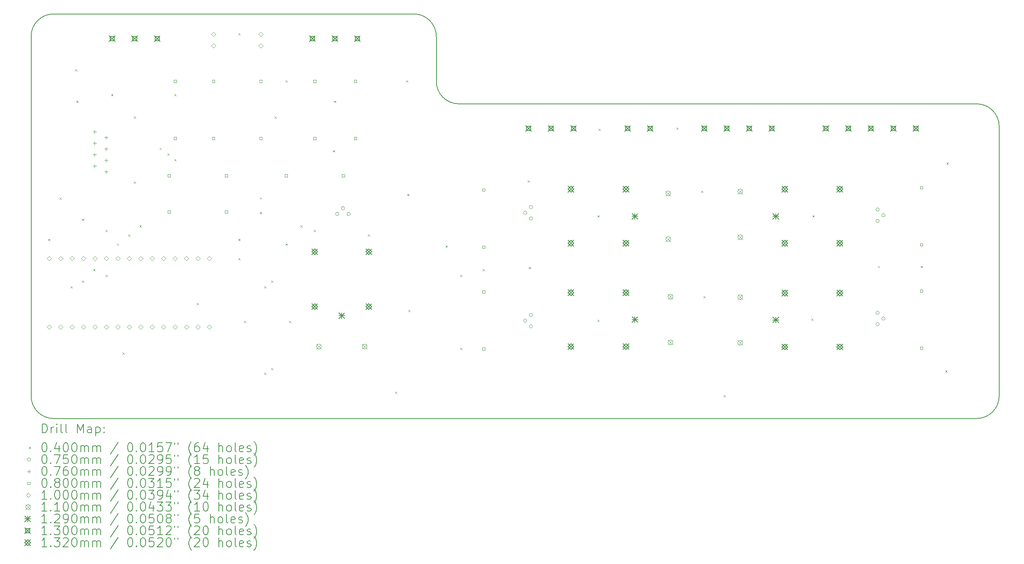
<source format=gbr>
%FSLAX45Y45*%
G04 Gerber Fmt 4.5, Leading zero omitted, Abs format (unit mm)*
G04 Created by KiCad (PCBNEW (6.0.0-rc1-172-gb8b8c0d34c)) date 2021-12-08 11:19:58*
%MOMM*%
%LPD*%
G01*
G04 APERTURE LIST*
%TA.AperFunction,Profile*%
%ADD10C,0.200000*%
%TD*%
%ADD11C,0.200000*%
%ADD12C,0.040000*%
%ADD13C,0.075000*%
%ADD14C,0.076000*%
%ADD15C,0.080000*%
%ADD16C,0.100000*%
%ADD17C,0.110000*%
%ADD18C,0.129000*%
%ADD19C,0.130000*%
%ADD20C,0.132000*%
G04 APERTURE END LIST*
D10*
X25200000Y-14600000D02*
G75*
G03*
X25700000Y-14100000I0J500000D01*
G01*
X25700000Y-8100000D02*
G75*
G03*
X25200000Y-7600000I-500000J0D01*
G01*
X13200000Y-7100000D02*
G75*
G03*
X13700000Y-7600000I500000J0D01*
G01*
X13200000Y-6100000D02*
G75*
G03*
X12700000Y-5600000I-500000J0D01*
G01*
X4700000Y-5600000D02*
G75*
G03*
X4200000Y-6100000I0J-500000D01*
G01*
X4200000Y-14100000D02*
G75*
G03*
X4700000Y-14600000I500000J0D01*
G01*
X12700000Y-5600000D02*
X4700000Y-5600000D01*
X13200000Y-7100000D02*
X13200000Y-6100000D01*
X25200000Y-7600000D02*
X13700000Y-7600000D01*
X25700000Y-14100000D02*
X25700000Y-8100000D01*
X4700000Y-14600000D02*
X25200000Y-14600000D01*
X4200000Y-6100000D02*
X4200000Y-14100000D01*
D11*
D12*
X4580000Y-10605000D02*
X4620000Y-10645000D01*
X4620000Y-10605000D02*
X4580000Y-10645000D01*
X4833000Y-9683000D02*
X4873000Y-9723000D01*
X4873000Y-9683000D02*
X4833000Y-9723000D01*
X5080000Y-11655000D02*
X5120000Y-11695000D01*
X5120000Y-11655000D02*
X5080000Y-11695000D01*
X5180000Y-6830000D02*
X5220000Y-6870000D01*
X5220000Y-6830000D02*
X5180000Y-6870000D01*
X5205000Y-7530000D02*
X5245000Y-7570000D01*
X5245000Y-7530000D02*
X5205000Y-7570000D01*
X5330000Y-10155000D02*
X5370000Y-10195000D01*
X5370000Y-10155000D02*
X5330000Y-10195000D01*
X5330000Y-11530000D02*
X5370000Y-11570000D01*
X5370000Y-11530000D02*
X5330000Y-11570000D01*
X5580000Y-11280000D02*
X5620000Y-11320000D01*
X5620000Y-11280000D02*
X5580000Y-11320000D01*
X5855000Y-10405000D02*
X5895000Y-10445000D01*
X5895000Y-10405000D02*
X5855000Y-10445000D01*
X5855000Y-11405000D02*
X5895000Y-11445000D01*
X5895000Y-11405000D02*
X5855000Y-11445000D01*
X5980000Y-7380000D02*
X6020000Y-7420000D01*
X6020000Y-7380000D02*
X5980000Y-7420000D01*
X6105000Y-10705000D02*
X6145000Y-10745000D01*
X6145000Y-10705000D02*
X6105000Y-10745000D01*
X6230000Y-13130000D02*
X6270000Y-13170000D01*
X6270000Y-13130000D02*
X6230000Y-13170000D01*
X6355000Y-10505000D02*
X6395000Y-10545000D01*
X6395000Y-10505000D02*
X6355000Y-10545000D01*
X6480000Y-7880000D02*
X6520000Y-7920000D01*
X6520000Y-7880000D02*
X6480000Y-7920000D01*
X6480000Y-9330000D02*
X6520000Y-9370000D01*
X6520000Y-9330000D02*
X6480000Y-9370000D01*
X6605000Y-10305000D02*
X6645000Y-10345000D01*
X6645000Y-10305000D02*
X6605000Y-10345000D01*
X7055000Y-8580000D02*
X7095000Y-8620000D01*
X7095000Y-8580000D02*
X7055000Y-8620000D01*
X7230000Y-8705000D02*
X7270000Y-8745000D01*
X7270000Y-8705000D02*
X7230000Y-8745000D01*
X7380000Y-7380000D02*
X7420000Y-7420000D01*
X7420000Y-7380000D02*
X7380000Y-7420000D01*
X7380000Y-8830000D02*
X7420000Y-8870000D01*
X7420000Y-8830000D02*
X7380000Y-8870000D01*
X7880000Y-12030000D02*
X7920000Y-12070000D01*
X7920000Y-12030000D02*
X7880000Y-12070000D01*
X8805000Y-6030000D02*
X8845000Y-6070000D01*
X8845000Y-6030000D02*
X8805000Y-6070000D01*
X8805000Y-10605000D02*
X8845000Y-10645000D01*
X8845000Y-10605000D02*
X8805000Y-10645000D01*
X8805000Y-11030000D02*
X8845000Y-11070000D01*
X8845000Y-11030000D02*
X8805000Y-11070000D01*
X8930000Y-12430000D02*
X8970000Y-12470000D01*
X8970000Y-12430000D02*
X8930000Y-12470000D01*
X9280000Y-9680000D02*
X9320000Y-9720000D01*
X9320000Y-9680000D02*
X9280000Y-9720000D01*
X9280000Y-10005000D02*
X9320000Y-10045000D01*
X9320000Y-10005000D02*
X9280000Y-10045000D01*
X9380000Y-11655000D02*
X9420000Y-11695000D01*
X9420000Y-11655000D02*
X9380000Y-11695000D01*
X9380000Y-13580000D02*
X9420000Y-13620000D01*
X9420000Y-13580000D02*
X9380000Y-13620000D01*
X9530000Y-11530000D02*
X9570000Y-11570000D01*
X9570000Y-11530000D02*
X9530000Y-11570000D01*
X9530000Y-13480000D02*
X9570000Y-13520000D01*
X9570000Y-13480000D02*
X9530000Y-13520000D01*
X9605000Y-7880000D02*
X9645000Y-7920000D01*
X9645000Y-7880000D02*
X9605000Y-7920000D01*
X9855000Y-7080000D02*
X9895000Y-7120000D01*
X9895000Y-7080000D02*
X9855000Y-7120000D01*
X9855000Y-10705000D02*
X9895000Y-10745000D01*
X9895000Y-10705000D02*
X9855000Y-10745000D01*
X9930000Y-12430000D02*
X9970000Y-12470000D01*
X9970000Y-12430000D02*
X9930000Y-12470000D01*
X10180000Y-10305000D02*
X10220000Y-10345000D01*
X10220000Y-10305000D02*
X10180000Y-10345000D01*
X10480000Y-10405000D02*
X10520000Y-10445000D01*
X10520000Y-10405000D02*
X10480000Y-10445000D01*
X10905000Y-8630000D02*
X10945000Y-8670000D01*
X10945000Y-8630000D02*
X10905000Y-8670000D01*
X10930000Y-7530000D02*
X10970000Y-7570000D01*
X10970000Y-7530000D02*
X10930000Y-7570000D01*
X11680000Y-10505000D02*
X11720000Y-10545000D01*
X11720000Y-10505000D02*
X11680000Y-10545000D01*
X12280000Y-14005000D02*
X12320000Y-14045000D01*
X12320000Y-14005000D02*
X12280000Y-14045000D01*
X12530000Y-7080000D02*
X12570000Y-7120000D01*
X12570000Y-7080000D02*
X12530000Y-7120000D01*
X12555000Y-9605000D02*
X12595000Y-9645000D01*
X12595000Y-9605000D02*
X12555000Y-9645000D01*
X12580000Y-12180000D02*
X12620000Y-12220000D01*
X12620000Y-12180000D02*
X12580000Y-12220000D01*
X13405000Y-10755000D02*
X13445000Y-10795000D01*
X13445000Y-10755000D02*
X13405000Y-10795000D01*
X13730000Y-11405000D02*
X13770000Y-11445000D01*
X13770000Y-11405000D02*
X13730000Y-11445000D01*
X13730000Y-13030000D02*
X13770000Y-13070000D01*
X13770000Y-13030000D02*
X13730000Y-13070000D01*
X14230000Y-11280000D02*
X14270000Y-11320000D01*
X14270000Y-11280000D02*
X14230000Y-11320000D01*
X15230000Y-9305000D02*
X15270000Y-9345000D01*
X15270000Y-9305000D02*
X15230000Y-9345000D01*
X15255000Y-11230000D02*
X15295000Y-11270000D01*
X15295000Y-11230000D02*
X15255000Y-11270000D01*
X16780000Y-10080000D02*
X16820000Y-10120000D01*
X16820000Y-10080000D02*
X16780000Y-10120000D01*
X16780000Y-12405000D02*
X16820000Y-12445000D01*
X16820000Y-12405000D02*
X16780000Y-12445000D01*
X16805000Y-8155000D02*
X16845000Y-8195000D01*
X16845000Y-8155000D02*
X16805000Y-8195000D01*
X18530000Y-8130000D02*
X18570000Y-8170000D01*
X18570000Y-8130000D02*
X18530000Y-8170000D01*
X19080000Y-9530000D02*
X19120000Y-9570000D01*
X19120000Y-9530000D02*
X19080000Y-9570000D01*
X19130000Y-11880000D02*
X19170000Y-11920000D01*
X19170000Y-11880000D02*
X19130000Y-11920000D01*
X19580000Y-14080000D02*
X19620000Y-14120000D01*
X19620000Y-14080000D02*
X19580000Y-14120000D01*
X21530000Y-12380000D02*
X21570000Y-12420000D01*
X21570000Y-12380000D02*
X21530000Y-12420000D01*
X21555000Y-10080000D02*
X21595000Y-10120000D01*
X21595000Y-10080000D02*
X21555000Y-10120000D01*
X23005000Y-11205000D02*
X23045000Y-11245000D01*
X23045000Y-11205000D02*
X23005000Y-11245000D01*
X23955000Y-11205000D02*
X23995000Y-11245000D01*
X23995000Y-11205000D02*
X23955000Y-11245000D01*
X24505000Y-13530000D02*
X24545000Y-13570000D01*
X24545000Y-13530000D02*
X24505000Y-13570000D01*
X24530000Y-8905000D02*
X24570000Y-8945000D01*
X24570000Y-8905000D02*
X24530000Y-8945000D01*
D13*
X11037500Y-10050000D02*
G75*
G03*
X11037500Y-10050000I-37500J0D01*
G01*
X11164500Y-9923000D02*
G75*
G03*
X11164500Y-9923000I-37500J0D01*
G01*
X11291500Y-10050000D02*
G75*
G03*
X11291500Y-10050000I-37500J0D01*
G01*
X15210500Y-12423000D02*
G75*
G03*
X15210500Y-12423000I-37500J0D01*
G01*
X15212500Y-10023000D02*
G75*
G03*
X15212500Y-10023000I-37500J0D01*
G01*
X15337500Y-12296000D02*
G75*
G03*
X15337500Y-12296000I-37500J0D01*
G01*
X15337500Y-12550000D02*
G75*
G03*
X15337500Y-12550000I-37500J0D01*
G01*
X15339500Y-9896000D02*
G75*
G03*
X15339500Y-9896000I-37500J0D01*
G01*
X15339500Y-10150000D02*
G75*
G03*
X15339500Y-10150000I-37500J0D01*
G01*
X23037500Y-9950000D02*
G75*
G03*
X23037500Y-9950000I-37500J0D01*
G01*
X23037500Y-10204000D02*
G75*
G03*
X23037500Y-10204000I-37500J0D01*
G01*
X23037500Y-12250000D02*
G75*
G03*
X23037500Y-12250000I-37500J0D01*
G01*
X23037500Y-12504000D02*
G75*
G03*
X23037500Y-12504000I-37500J0D01*
G01*
X23164500Y-10077000D02*
G75*
G03*
X23164500Y-10077000I-37500J0D01*
G01*
X23164500Y-12377000D02*
G75*
G03*
X23164500Y-12377000I-37500J0D01*
G01*
D14*
X5610000Y-8183750D02*
X5610000Y-8259750D01*
X5572000Y-8221750D02*
X5648000Y-8221750D01*
X5610000Y-8437750D02*
X5610000Y-8513750D01*
X5572000Y-8475750D02*
X5648000Y-8475750D01*
X5610000Y-8691750D02*
X5610000Y-8767750D01*
X5572000Y-8729750D02*
X5648000Y-8729750D01*
X5610000Y-8945750D02*
X5610000Y-9021750D01*
X5572000Y-8983750D02*
X5648000Y-8983750D01*
X5864000Y-8310750D02*
X5864000Y-8386750D01*
X5826000Y-8348750D02*
X5902000Y-8348750D01*
X5864000Y-8564750D02*
X5864000Y-8640750D01*
X5826000Y-8602750D02*
X5902000Y-8602750D01*
X5864000Y-8818750D02*
X5864000Y-8894750D01*
X5826000Y-8856750D02*
X5902000Y-8856750D01*
X5864000Y-9072750D02*
X5864000Y-9148750D01*
X5826000Y-9110750D02*
X5902000Y-9110750D01*
D15*
X7293284Y-9228285D02*
X7293284Y-9171716D01*
X7236715Y-9171716D01*
X7236715Y-9228285D01*
X7293284Y-9228285D01*
X7293284Y-10028285D02*
X7293284Y-9971716D01*
X7236715Y-9971716D01*
X7236715Y-10028285D01*
X7293284Y-10028285D01*
X7428284Y-7128284D02*
X7428284Y-7071715D01*
X7371715Y-7071715D01*
X7371715Y-7128284D01*
X7428284Y-7128284D01*
X7428284Y-8398285D02*
X7428284Y-8341715D01*
X7371715Y-8341715D01*
X7371715Y-8398285D01*
X7428284Y-8398285D01*
X8278284Y-7128284D02*
X8278284Y-7071715D01*
X8221715Y-7071715D01*
X8221715Y-7128284D01*
X8278284Y-7128284D01*
X8278284Y-8398285D02*
X8278284Y-8341715D01*
X8221715Y-8341715D01*
X8221715Y-8398285D01*
X8278284Y-8398285D01*
X8563285Y-9228285D02*
X8563285Y-9171716D01*
X8506716Y-9171716D01*
X8506716Y-9228285D01*
X8563285Y-9228285D01*
X8563285Y-10028285D02*
X8563285Y-9971716D01*
X8506716Y-9971716D01*
X8506716Y-10028285D01*
X8563285Y-10028285D01*
X9328285Y-7128284D02*
X9328285Y-7071715D01*
X9271716Y-7071715D01*
X9271716Y-7128284D01*
X9328285Y-7128284D01*
X9328285Y-8398285D02*
X9328285Y-8341715D01*
X9271716Y-8341715D01*
X9271716Y-8398285D01*
X9328285Y-8398285D01*
X9893285Y-9228285D02*
X9893285Y-9171716D01*
X9836716Y-9171716D01*
X9836716Y-9228285D01*
X9893285Y-9228285D01*
X10528285Y-7128284D02*
X10528285Y-7071715D01*
X10471716Y-7071715D01*
X10471716Y-7128284D01*
X10528285Y-7128284D01*
X10528285Y-8398285D02*
X10528285Y-8341715D01*
X10471716Y-8341715D01*
X10471716Y-8398285D01*
X10528285Y-8398285D01*
X11163285Y-9228285D02*
X11163285Y-9171716D01*
X11106716Y-9171716D01*
X11106716Y-9228285D01*
X11163285Y-9228285D01*
X11428284Y-7128284D02*
X11428284Y-7071715D01*
X11371715Y-7071715D01*
X11371715Y-7128284D01*
X11428284Y-7128284D01*
X11428284Y-8398285D02*
X11428284Y-8341715D01*
X11371715Y-8341715D01*
X11371715Y-8398285D01*
X11428284Y-8398285D01*
X14278284Y-9543285D02*
X14278284Y-9486716D01*
X14221715Y-9486716D01*
X14221715Y-9543285D01*
X14278284Y-9543285D01*
X14278284Y-10813285D02*
X14278284Y-10756716D01*
X14221715Y-10756716D01*
X14221715Y-10813285D01*
X14278284Y-10813285D01*
X14278284Y-11808284D02*
X14278284Y-11751715D01*
X14221715Y-11751715D01*
X14221715Y-11808284D01*
X14278284Y-11808284D01*
X14278284Y-13078284D02*
X14278284Y-13021715D01*
X14221715Y-13021715D01*
X14221715Y-13078284D01*
X14278284Y-13078284D01*
X24003284Y-9493285D02*
X24003284Y-9436716D01*
X23946715Y-9436716D01*
X23946715Y-9493285D01*
X24003284Y-9493285D01*
X24003284Y-10763285D02*
X24003284Y-10706716D01*
X23946715Y-10706716D01*
X23946715Y-10763285D01*
X24003284Y-10763285D01*
X24003284Y-11793284D02*
X24003284Y-11736715D01*
X23946715Y-11736715D01*
X23946715Y-11793284D01*
X24003284Y-11793284D01*
X24003284Y-13063284D02*
X24003284Y-13006715D01*
X23946715Y-13006715D01*
X23946715Y-13063284D01*
X24003284Y-13063284D01*
D16*
X4599000Y-11089000D02*
X4649000Y-11039000D01*
X4599000Y-10989000D01*
X4549000Y-11039000D01*
X4599000Y-11089000D01*
X4599000Y-12613000D02*
X4649000Y-12563000D01*
X4599000Y-12513000D01*
X4549000Y-12563000D01*
X4599000Y-12613000D01*
X4853000Y-11089000D02*
X4903000Y-11039000D01*
X4853000Y-10989000D01*
X4803000Y-11039000D01*
X4853000Y-11089000D01*
X4853000Y-12613000D02*
X4903000Y-12563000D01*
X4853000Y-12513000D01*
X4803000Y-12563000D01*
X4853000Y-12613000D01*
X5107000Y-11089000D02*
X5157000Y-11039000D01*
X5107000Y-10989000D01*
X5057000Y-11039000D01*
X5107000Y-11089000D01*
X5107000Y-12613000D02*
X5157000Y-12563000D01*
X5107000Y-12513000D01*
X5057000Y-12563000D01*
X5107000Y-12613000D01*
X5361000Y-11089000D02*
X5411000Y-11039000D01*
X5361000Y-10989000D01*
X5311000Y-11039000D01*
X5361000Y-11089000D01*
X5361000Y-12613000D02*
X5411000Y-12563000D01*
X5361000Y-12513000D01*
X5311000Y-12563000D01*
X5361000Y-12613000D01*
X5615000Y-11089000D02*
X5665000Y-11039000D01*
X5615000Y-10989000D01*
X5565000Y-11039000D01*
X5615000Y-11089000D01*
X5615000Y-12613000D02*
X5665000Y-12563000D01*
X5615000Y-12513000D01*
X5565000Y-12563000D01*
X5615000Y-12613000D01*
X5869000Y-11089000D02*
X5919000Y-11039000D01*
X5869000Y-10989000D01*
X5819000Y-11039000D01*
X5869000Y-11089000D01*
X5869000Y-12613000D02*
X5919000Y-12563000D01*
X5869000Y-12513000D01*
X5819000Y-12563000D01*
X5869000Y-12613000D01*
X6123000Y-11089000D02*
X6173000Y-11039000D01*
X6123000Y-10989000D01*
X6073000Y-11039000D01*
X6123000Y-11089000D01*
X6123000Y-12613000D02*
X6173000Y-12563000D01*
X6123000Y-12513000D01*
X6073000Y-12563000D01*
X6123000Y-12613000D01*
X6377000Y-11089000D02*
X6427000Y-11039000D01*
X6377000Y-10989000D01*
X6327000Y-11039000D01*
X6377000Y-11089000D01*
X6377000Y-12613000D02*
X6427000Y-12563000D01*
X6377000Y-12513000D01*
X6327000Y-12563000D01*
X6377000Y-12613000D01*
X6631000Y-11089000D02*
X6681000Y-11039000D01*
X6631000Y-10989000D01*
X6581000Y-11039000D01*
X6631000Y-11089000D01*
X6631000Y-12613000D02*
X6681000Y-12563000D01*
X6631000Y-12513000D01*
X6581000Y-12563000D01*
X6631000Y-12613000D01*
X6885000Y-11089000D02*
X6935000Y-11039000D01*
X6885000Y-10989000D01*
X6835000Y-11039000D01*
X6885000Y-11089000D01*
X6885000Y-12613000D02*
X6935000Y-12563000D01*
X6885000Y-12513000D01*
X6835000Y-12563000D01*
X6885000Y-12613000D01*
X7139000Y-11089000D02*
X7189000Y-11039000D01*
X7139000Y-10989000D01*
X7089000Y-11039000D01*
X7139000Y-11089000D01*
X7139000Y-12613000D02*
X7189000Y-12563000D01*
X7139000Y-12513000D01*
X7089000Y-12563000D01*
X7139000Y-12613000D01*
X7393000Y-11089000D02*
X7443000Y-11039000D01*
X7393000Y-10989000D01*
X7343000Y-11039000D01*
X7393000Y-11089000D01*
X7393000Y-12613000D02*
X7443000Y-12563000D01*
X7393000Y-12513000D01*
X7343000Y-12563000D01*
X7393000Y-12613000D01*
X7647000Y-11089000D02*
X7697000Y-11039000D01*
X7647000Y-10989000D01*
X7597000Y-11039000D01*
X7647000Y-11089000D01*
X7647000Y-12613000D02*
X7697000Y-12563000D01*
X7647000Y-12513000D01*
X7597000Y-12563000D01*
X7647000Y-12613000D01*
X7901000Y-11089000D02*
X7951000Y-11039000D01*
X7901000Y-10989000D01*
X7851000Y-11039000D01*
X7901000Y-11089000D01*
X7901000Y-12613000D02*
X7951000Y-12563000D01*
X7901000Y-12513000D01*
X7851000Y-12563000D01*
X7901000Y-12613000D01*
X8155000Y-11089000D02*
X8205000Y-11039000D01*
X8155000Y-10989000D01*
X8105000Y-11039000D01*
X8155000Y-11089000D01*
X8155000Y-12613000D02*
X8205000Y-12563000D01*
X8155000Y-12513000D01*
X8105000Y-12563000D01*
X8155000Y-12613000D01*
X8250000Y-6100000D02*
X8300000Y-6050000D01*
X8250000Y-6000000D01*
X8200000Y-6050000D01*
X8250000Y-6100000D01*
X8250000Y-6354000D02*
X8300000Y-6304000D01*
X8250000Y-6254000D01*
X8200000Y-6304000D01*
X8250000Y-6354000D01*
X9300000Y-6100000D02*
X9350000Y-6050000D01*
X9300000Y-6000000D01*
X9250000Y-6050000D01*
X9300000Y-6100000D01*
X9300000Y-6354000D02*
X9350000Y-6304000D01*
X9300000Y-6254000D01*
X9250000Y-6304000D01*
X9300000Y-6354000D01*
D17*
X10537000Y-12945000D02*
X10647000Y-13055000D01*
X10647000Y-12945000D02*
X10537000Y-13055000D01*
X10647000Y-13000000D02*
G75*
G03*
X10647000Y-13000000I-55000J0D01*
G01*
X11553000Y-12945000D02*
X11663000Y-13055000D01*
X11663000Y-12945000D02*
X11553000Y-13055000D01*
X11663000Y-13000000D02*
G75*
G03*
X11663000Y-13000000I-55000J0D01*
G01*
X18295000Y-9537000D02*
X18405000Y-9647000D01*
X18405000Y-9537000D02*
X18295000Y-9647000D01*
X18405000Y-9592000D02*
G75*
G03*
X18405000Y-9592000I-55000J0D01*
G01*
X18295000Y-10553000D02*
X18405000Y-10663000D01*
X18405000Y-10553000D02*
X18295000Y-10663000D01*
X18405000Y-10608000D02*
G75*
G03*
X18405000Y-10608000I-55000J0D01*
G01*
X18345000Y-11837000D02*
X18455000Y-11947000D01*
X18455000Y-11837000D02*
X18345000Y-11947000D01*
X18455000Y-11892000D02*
G75*
G03*
X18455000Y-11892000I-55000J0D01*
G01*
X18345000Y-12853000D02*
X18455000Y-12963000D01*
X18455000Y-12853000D02*
X18345000Y-12963000D01*
X18455000Y-12908000D02*
G75*
G03*
X18455000Y-12908000I-55000J0D01*
G01*
X19895000Y-9495000D02*
X20005000Y-9605000D01*
X20005000Y-9495000D02*
X19895000Y-9605000D01*
X20005000Y-9550000D02*
G75*
G03*
X20005000Y-9550000I-55000J0D01*
G01*
X19895000Y-10511000D02*
X20005000Y-10621000D01*
X20005000Y-10511000D02*
X19895000Y-10621000D01*
X20005000Y-10566000D02*
G75*
G03*
X20005000Y-10566000I-55000J0D01*
G01*
X19895000Y-11845000D02*
X20005000Y-11955000D01*
X20005000Y-11845000D02*
X19895000Y-11955000D01*
X20005000Y-11900000D02*
G75*
G03*
X20005000Y-11900000I-55000J0D01*
G01*
X19895000Y-12861000D02*
X20005000Y-12971000D01*
X20005000Y-12861000D02*
X19895000Y-12971000D01*
X20005000Y-12916000D02*
G75*
G03*
X20005000Y-12916000I-55000J0D01*
G01*
D18*
X11035500Y-12245500D02*
X11164500Y-12374500D01*
X11164500Y-12245500D02*
X11035500Y-12374500D01*
X11100000Y-12245500D02*
X11100000Y-12374500D01*
X11035500Y-12310000D02*
X11164500Y-12310000D01*
X17545500Y-10035500D02*
X17674500Y-10164500D01*
X17674500Y-10035500D02*
X17545500Y-10164500D01*
X17610000Y-10035500D02*
X17610000Y-10164500D01*
X17545500Y-10100000D02*
X17674500Y-10100000D01*
X17545500Y-12335500D02*
X17674500Y-12464500D01*
X17674500Y-12335500D02*
X17545500Y-12464500D01*
X17610000Y-12335500D02*
X17610000Y-12464500D01*
X17545500Y-12400000D02*
X17674500Y-12400000D01*
X20675500Y-10035500D02*
X20804500Y-10164500D01*
X20804500Y-10035500D02*
X20675500Y-10164500D01*
X20740000Y-10035500D02*
X20740000Y-10164500D01*
X20675500Y-10100000D02*
X20804500Y-10100000D01*
X20675500Y-12343500D02*
X20804500Y-12472500D01*
X20804500Y-12343500D02*
X20675500Y-12472500D01*
X20740000Y-12343500D02*
X20740000Y-12472500D01*
X20675500Y-12408000D02*
X20804500Y-12408000D01*
D19*
X5935000Y-6085000D02*
X6065000Y-6215000D01*
X6065000Y-6085000D02*
X5935000Y-6215000D01*
X6045962Y-6195962D02*
X6045962Y-6104038D01*
X5954038Y-6104038D01*
X5954038Y-6195962D01*
X6045962Y-6195962D01*
X6435000Y-6085000D02*
X6565000Y-6215000D01*
X6565000Y-6085000D02*
X6435000Y-6215000D01*
X6545962Y-6195962D02*
X6545962Y-6104038D01*
X6454038Y-6104038D01*
X6454038Y-6195962D01*
X6545962Y-6195962D01*
X6935000Y-6085000D02*
X7065000Y-6215000D01*
X7065000Y-6085000D02*
X6935000Y-6215000D01*
X7045962Y-6195962D02*
X7045962Y-6104038D01*
X6954038Y-6104038D01*
X6954038Y-6195962D01*
X7045962Y-6195962D01*
X10385000Y-6085000D02*
X10515000Y-6215000D01*
X10515000Y-6085000D02*
X10385000Y-6215000D01*
X10495962Y-6195962D02*
X10495962Y-6104038D01*
X10404038Y-6104038D01*
X10404038Y-6195962D01*
X10495962Y-6195962D01*
X10885000Y-6085000D02*
X11015000Y-6215000D01*
X11015000Y-6085000D02*
X10885000Y-6215000D01*
X10995962Y-6195962D02*
X10995962Y-6104038D01*
X10904038Y-6104038D01*
X10904038Y-6195962D01*
X10995962Y-6195962D01*
X11385000Y-6085000D02*
X11515000Y-6215000D01*
X11515000Y-6085000D02*
X11385000Y-6215000D01*
X11495962Y-6195962D02*
X11495962Y-6104038D01*
X11404038Y-6104038D01*
X11404038Y-6195962D01*
X11495962Y-6195962D01*
X15185000Y-8085000D02*
X15315000Y-8215000D01*
X15315000Y-8085000D02*
X15185000Y-8215000D01*
X15295962Y-8195962D02*
X15295962Y-8104038D01*
X15204038Y-8104038D01*
X15204038Y-8195962D01*
X15295962Y-8195962D01*
X15685000Y-8085000D02*
X15815000Y-8215000D01*
X15815000Y-8085000D02*
X15685000Y-8215000D01*
X15795962Y-8195962D02*
X15795962Y-8104038D01*
X15704038Y-8104038D01*
X15704038Y-8195962D01*
X15795962Y-8195962D01*
X16185000Y-8085000D02*
X16315000Y-8215000D01*
X16315000Y-8085000D02*
X16185000Y-8215000D01*
X16295962Y-8195962D02*
X16295962Y-8104038D01*
X16204038Y-8104038D01*
X16204038Y-8195962D01*
X16295962Y-8195962D01*
X17385000Y-8085000D02*
X17515000Y-8215000D01*
X17515000Y-8085000D02*
X17385000Y-8215000D01*
X17495962Y-8195962D02*
X17495962Y-8104038D01*
X17404038Y-8104038D01*
X17404038Y-8195962D01*
X17495962Y-8195962D01*
X17885000Y-8085000D02*
X18015000Y-8215000D01*
X18015000Y-8085000D02*
X17885000Y-8215000D01*
X17995962Y-8195962D02*
X17995962Y-8104038D01*
X17904038Y-8104038D01*
X17904038Y-8195962D01*
X17995962Y-8195962D01*
X19085000Y-8085000D02*
X19215000Y-8215000D01*
X19215000Y-8085000D02*
X19085000Y-8215000D01*
X19195962Y-8195962D02*
X19195962Y-8104038D01*
X19104038Y-8104038D01*
X19104038Y-8195962D01*
X19195962Y-8195962D01*
X19585000Y-8085000D02*
X19715000Y-8215000D01*
X19715000Y-8085000D02*
X19585000Y-8215000D01*
X19695962Y-8195962D02*
X19695962Y-8104038D01*
X19604038Y-8104038D01*
X19604038Y-8195962D01*
X19695962Y-8195962D01*
X20085000Y-8085000D02*
X20215000Y-8215000D01*
X20215000Y-8085000D02*
X20085000Y-8215000D01*
X20195962Y-8195962D02*
X20195962Y-8104038D01*
X20104038Y-8104038D01*
X20104038Y-8195962D01*
X20195962Y-8195962D01*
X20585000Y-8085000D02*
X20715000Y-8215000D01*
X20715000Y-8085000D02*
X20585000Y-8215000D01*
X20695962Y-8195962D02*
X20695962Y-8104038D01*
X20604038Y-8104038D01*
X20604038Y-8195962D01*
X20695962Y-8195962D01*
X21785000Y-8085000D02*
X21915000Y-8215000D01*
X21915000Y-8085000D02*
X21785000Y-8215000D01*
X21895962Y-8195962D02*
X21895962Y-8104038D01*
X21804038Y-8104038D01*
X21804038Y-8195962D01*
X21895962Y-8195962D01*
X22285000Y-8085000D02*
X22415000Y-8215000D01*
X22415000Y-8085000D02*
X22285000Y-8215000D01*
X22395962Y-8195962D02*
X22395962Y-8104038D01*
X22304038Y-8104038D01*
X22304038Y-8195962D01*
X22395962Y-8195962D01*
X22785000Y-8085000D02*
X22915000Y-8215000D01*
X22915000Y-8085000D02*
X22785000Y-8215000D01*
X22895962Y-8195962D02*
X22895962Y-8104038D01*
X22804038Y-8104038D01*
X22804038Y-8195962D01*
X22895962Y-8195962D01*
X23285000Y-8085000D02*
X23415000Y-8215000D01*
X23415000Y-8085000D02*
X23285000Y-8215000D01*
X23395962Y-8195962D02*
X23395962Y-8104038D01*
X23304038Y-8104038D01*
X23304038Y-8195962D01*
X23395962Y-8195962D01*
X23785000Y-8085000D02*
X23915000Y-8215000D01*
X23915000Y-8085000D02*
X23785000Y-8215000D01*
X23895962Y-8195962D02*
X23895962Y-8104038D01*
X23804038Y-8104038D01*
X23804038Y-8195962D01*
X23895962Y-8195962D01*
D20*
X10434000Y-10824000D02*
X10566000Y-10956000D01*
X10566000Y-10824000D02*
X10434000Y-10956000D01*
X10500000Y-10956000D02*
X10566000Y-10890000D01*
X10500000Y-10824000D01*
X10434000Y-10890000D01*
X10500000Y-10956000D01*
X10434000Y-12044000D02*
X10566000Y-12176000D01*
X10566000Y-12044000D02*
X10434000Y-12176000D01*
X10500000Y-12176000D02*
X10566000Y-12110000D01*
X10500000Y-12044000D01*
X10434000Y-12110000D01*
X10500000Y-12176000D01*
X11634000Y-10824000D02*
X11766000Y-10956000D01*
X11766000Y-10824000D02*
X11634000Y-10956000D01*
X11700000Y-10956000D02*
X11766000Y-10890000D01*
X11700000Y-10824000D01*
X11634000Y-10890000D01*
X11700000Y-10956000D01*
X11634000Y-12044000D02*
X11766000Y-12176000D01*
X11766000Y-12044000D02*
X11634000Y-12176000D01*
X11700000Y-12176000D02*
X11766000Y-12110000D01*
X11700000Y-12044000D01*
X11634000Y-12110000D01*
X11700000Y-12176000D01*
X16124000Y-9434000D02*
X16256000Y-9566000D01*
X16256000Y-9434000D02*
X16124000Y-9566000D01*
X16190000Y-9566000D02*
X16256000Y-9500000D01*
X16190000Y-9434000D01*
X16124000Y-9500000D01*
X16190000Y-9566000D01*
X16124000Y-10634000D02*
X16256000Y-10766000D01*
X16256000Y-10634000D02*
X16124000Y-10766000D01*
X16190000Y-10766000D02*
X16256000Y-10700000D01*
X16190000Y-10634000D01*
X16124000Y-10700000D01*
X16190000Y-10766000D01*
X16124000Y-11734000D02*
X16256000Y-11866000D01*
X16256000Y-11734000D02*
X16124000Y-11866000D01*
X16190000Y-11866000D02*
X16256000Y-11800000D01*
X16190000Y-11734000D01*
X16124000Y-11800000D01*
X16190000Y-11866000D01*
X16124000Y-12934000D02*
X16256000Y-13066000D01*
X16256000Y-12934000D02*
X16124000Y-13066000D01*
X16190000Y-13066000D02*
X16256000Y-13000000D01*
X16190000Y-12934000D01*
X16124000Y-13000000D01*
X16190000Y-13066000D01*
X17344000Y-9434000D02*
X17476000Y-9566000D01*
X17476000Y-9434000D02*
X17344000Y-9566000D01*
X17410000Y-9566000D02*
X17476000Y-9500000D01*
X17410000Y-9434000D01*
X17344000Y-9500000D01*
X17410000Y-9566000D01*
X17344000Y-10634000D02*
X17476000Y-10766000D01*
X17476000Y-10634000D02*
X17344000Y-10766000D01*
X17410000Y-10766000D02*
X17476000Y-10700000D01*
X17410000Y-10634000D01*
X17344000Y-10700000D01*
X17410000Y-10766000D01*
X17344000Y-11734000D02*
X17476000Y-11866000D01*
X17476000Y-11734000D02*
X17344000Y-11866000D01*
X17410000Y-11866000D02*
X17476000Y-11800000D01*
X17410000Y-11734000D01*
X17344000Y-11800000D01*
X17410000Y-11866000D01*
X17344000Y-12934000D02*
X17476000Y-13066000D01*
X17476000Y-12934000D02*
X17344000Y-13066000D01*
X17410000Y-13066000D02*
X17476000Y-13000000D01*
X17410000Y-12934000D01*
X17344000Y-13000000D01*
X17410000Y-13066000D01*
X20874000Y-9434000D02*
X21006000Y-9566000D01*
X21006000Y-9434000D02*
X20874000Y-9566000D01*
X20940000Y-9566000D02*
X21006000Y-9500000D01*
X20940000Y-9434000D01*
X20874000Y-9500000D01*
X20940000Y-9566000D01*
X20874000Y-10634000D02*
X21006000Y-10766000D01*
X21006000Y-10634000D02*
X20874000Y-10766000D01*
X20940000Y-10766000D02*
X21006000Y-10700000D01*
X20940000Y-10634000D01*
X20874000Y-10700000D01*
X20940000Y-10766000D01*
X20874000Y-11742000D02*
X21006000Y-11874000D01*
X21006000Y-11742000D02*
X20874000Y-11874000D01*
X20940000Y-11874000D02*
X21006000Y-11808000D01*
X20940000Y-11742000D01*
X20874000Y-11808000D01*
X20940000Y-11874000D01*
X20874000Y-12942000D02*
X21006000Y-13074000D01*
X21006000Y-12942000D02*
X20874000Y-13074000D01*
X20940000Y-13074000D02*
X21006000Y-13008000D01*
X20940000Y-12942000D01*
X20874000Y-13008000D01*
X20940000Y-13074000D01*
X22094000Y-9434000D02*
X22226000Y-9566000D01*
X22226000Y-9434000D02*
X22094000Y-9566000D01*
X22160000Y-9566000D02*
X22226000Y-9500000D01*
X22160000Y-9434000D01*
X22094000Y-9500000D01*
X22160000Y-9566000D01*
X22094000Y-10634000D02*
X22226000Y-10766000D01*
X22226000Y-10634000D02*
X22094000Y-10766000D01*
X22160000Y-10766000D02*
X22226000Y-10700000D01*
X22160000Y-10634000D01*
X22094000Y-10700000D01*
X22160000Y-10766000D01*
X22094000Y-11742000D02*
X22226000Y-11874000D01*
X22226000Y-11742000D02*
X22094000Y-11874000D01*
X22160000Y-11874000D02*
X22226000Y-11808000D01*
X22160000Y-11742000D01*
X22094000Y-11808000D01*
X22160000Y-11874000D01*
X22094000Y-12942000D02*
X22226000Y-13074000D01*
X22226000Y-12942000D02*
X22094000Y-13074000D01*
X22160000Y-13074000D02*
X22226000Y-13008000D01*
X22160000Y-12942000D01*
X22094000Y-13008000D01*
X22160000Y-13074000D01*
D11*
X4447619Y-14920476D02*
X4447619Y-14720476D01*
X4495238Y-14720476D01*
X4523810Y-14730000D01*
X4542857Y-14749048D01*
X4552381Y-14768095D01*
X4561905Y-14806190D01*
X4561905Y-14834762D01*
X4552381Y-14872857D01*
X4542857Y-14891905D01*
X4523810Y-14910952D01*
X4495238Y-14920476D01*
X4447619Y-14920476D01*
X4647619Y-14920476D02*
X4647619Y-14787143D01*
X4647619Y-14825238D02*
X4657143Y-14806190D01*
X4666667Y-14796667D01*
X4685714Y-14787143D01*
X4704762Y-14787143D01*
X4771429Y-14920476D02*
X4771429Y-14787143D01*
X4771429Y-14720476D02*
X4761905Y-14730000D01*
X4771429Y-14739524D01*
X4780952Y-14730000D01*
X4771429Y-14720476D01*
X4771429Y-14739524D01*
X4895238Y-14920476D02*
X4876190Y-14910952D01*
X4866667Y-14891905D01*
X4866667Y-14720476D01*
X5000000Y-14920476D02*
X4980952Y-14910952D01*
X4971429Y-14891905D01*
X4971429Y-14720476D01*
X5228571Y-14920476D02*
X5228571Y-14720476D01*
X5295238Y-14863333D01*
X5361905Y-14720476D01*
X5361905Y-14920476D01*
X5542857Y-14920476D02*
X5542857Y-14815714D01*
X5533333Y-14796667D01*
X5514286Y-14787143D01*
X5476190Y-14787143D01*
X5457143Y-14796667D01*
X5542857Y-14910952D02*
X5523810Y-14920476D01*
X5476190Y-14920476D01*
X5457143Y-14910952D01*
X5447619Y-14891905D01*
X5447619Y-14872857D01*
X5457143Y-14853809D01*
X5476190Y-14844286D01*
X5523810Y-14844286D01*
X5542857Y-14834762D01*
X5638095Y-14787143D02*
X5638095Y-14987143D01*
X5638095Y-14796667D02*
X5657143Y-14787143D01*
X5695238Y-14787143D01*
X5714286Y-14796667D01*
X5723809Y-14806190D01*
X5733333Y-14825238D01*
X5733333Y-14882381D01*
X5723809Y-14901428D01*
X5714286Y-14910952D01*
X5695238Y-14920476D01*
X5657143Y-14920476D01*
X5638095Y-14910952D01*
X5819048Y-14901428D02*
X5828571Y-14910952D01*
X5819048Y-14920476D01*
X5809524Y-14910952D01*
X5819048Y-14901428D01*
X5819048Y-14920476D01*
X5819048Y-14796667D02*
X5828571Y-14806190D01*
X5819048Y-14815714D01*
X5809524Y-14806190D01*
X5819048Y-14796667D01*
X5819048Y-14815714D01*
D12*
X4150000Y-15230000D02*
X4190000Y-15270000D01*
X4190000Y-15230000D02*
X4150000Y-15270000D01*
D11*
X4485714Y-15140476D02*
X4504762Y-15140476D01*
X4523810Y-15150000D01*
X4533333Y-15159524D01*
X4542857Y-15178571D01*
X4552381Y-15216667D01*
X4552381Y-15264286D01*
X4542857Y-15302381D01*
X4533333Y-15321428D01*
X4523810Y-15330952D01*
X4504762Y-15340476D01*
X4485714Y-15340476D01*
X4466667Y-15330952D01*
X4457143Y-15321428D01*
X4447619Y-15302381D01*
X4438095Y-15264286D01*
X4438095Y-15216667D01*
X4447619Y-15178571D01*
X4457143Y-15159524D01*
X4466667Y-15150000D01*
X4485714Y-15140476D01*
X4638095Y-15321428D02*
X4647619Y-15330952D01*
X4638095Y-15340476D01*
X4628571Y-15330952D01*
X4638095Y-15321428D01*
X4638095Y-15340476D01*
X4819048Y-15207143D02*
X4819048Y-15340476D01*
X4771429Y-15130952D02*
X4723810Y-15273809D01*
X4847619Y-15273809D01*
X4961905Y-15140476D02*
X4980952Y-15140476D01*
X5000000Y-15150000D01*
X5009524Y-15159524D01*
X5019048Y-15178571D01*
X5028571Y-15216667D01*
X5028571Y-15264286D01*
X5019048Y-15302381D01*
X5009524Y-15321428D01*
X5000000Y-15330952D01*
X4980952Y-15340476D01*
X4961905Y-15340476D01*
X4942857Y-15330952D01*
X4933333Y-15321428D01*
X4923810Y-15302381D01*
X4914286Y-15264286D01*
X4914286Y-15216667D01*
X4923810Y-15178571D01*
X4933333Y-15159524D01*
X4942857Y-15150000D01*
X4961905Y-15140476D01*
X5152381Y-15140476D02*
X5171429Y-15140476D01*
X5190476Y-15150000D01*
X5200000Y-15159524D01*
X5209524Y-15178571D01*
X5219048Y-15216667D01*
X5219048Y-15264286D01*
X5209524Y-15302381D01*
X5200000Y-15321428D01*
X5190476Y-15330952D01*
X5171429Y-15340476D01*
X5152381Y-15340476D01*
X5133333Y-15330952D01*
X5123810Y-15321428D01*
X5114286Y-15302381D01*
X5104762Y-15264286D01*
X5104762Y-15216667D01*
X5114286Y-15178571D01*
X5123810Y-15159524D01*
X5133333Y-15150000D01*
X5152381Y-15140476D01*
X5304762Y-15340476D02*
X5304762Y-15207143D01*
X5304762Y-15226190D02*
X5314286Y-15216667D01*
X5333333Y-15207143D01*
X5361905Y-15207143D01*
X5380952Y-15216667D01*
X5390476Y-15235714D01*
X5390476Y-15340476D01*
X5390476Y-15235714D02*
X5400000Y-15216667D01*
X5419048Y-15207143D01*
X5447619Y-15207143D01*
X5466667Y-15216667D01*
X5476190Y-15235714D01*
X5476190Y-15340476D01*
X5571429Y-15340476D02*
X5571429Y-15207143D01*
X5571429Y-15226190D02*
X5580952Y-15216667D01*
X5600000Y-15207143D01*
X5628571Y-15207143D01*
X5647619Y-15216667D01*
X5657143Y-15235714D01*
X5657143Y-15340476D01*
X5657143Y-15235714D02*
X5666667Y-15216667D01*
X5685714Y-15207143D01*
X5714286Y-15207143D01*
X5733333Y-15216667D01*
X5742857Y-15235714D01*
X5742857Y-15340476D01*
X6133333Y-15130952D02*
X5961905Y-15388095D01*
X6390476Y-15140476D02*
X6409524Y-15140476D01*
X6428571Y-15150000D01*
X6438095Y-15159524D01*
X6447619Y-15178571D01*
X6457143Y-15216667D01*
X6457143Y-15264286D01*
X6447619Y-15302381D01*
X6438095Y-15321428D01*
X6428571Y-15330952D01*
X6409524Y-15340476D01*
X6390476Y-15340476D01*
X6371428Y-15330952D01*
X6361905Y-15321428D01*
X6352381Y-15302381D01*
X6342857Y-15264286D01*
X6342857Y-15216667D01*
X6352381Y-15178571D01*
X6361905Y-15159524D01*
X6371428Y-15150000D01*
X6390476Y-15140476D01*
X6542857Y-15321428D02*
X6552381Y-15330952D01*
X6542857Y-15340476D01*
X6533333Y-15330952D01*
X6542857Y-15321428D01*
X6542857Y-15340476D01*
X6676190Y-15140476D02*
X6695238Y-15140476D01*
X6714286Y-15150000D01*
X6723809Y-15159524D01*
X6733333Y-15178571D01*
X6742857Y-15216667D01*
X6742857Y-15264286D01*
X6733333Y-15302381D01*
X6723809Y-15321428D01*
X6714286Y-15330952D01*
X6695238Y-15340476D01*
X6676190Y-15340476D01*
X6657143Y-15330952D01*
X6647619Y-15321428D01*
X6638095Y-15302381D01*
X6628571Y-15264286D01*
X6628571Y-15216667D01*
X6638095Y-15178571D01*
X6647619Y-15159524D01*
X6657143Y-15150000D01*
X6676190Y-15140476D01*
X6933333Y-15340476D02*
X6819048Y-15340476D01*
X6876190Y-15340476D02*
X6876190Y-15140476D01*
X6857143Y-15169048D01*
X6838095Y-15188095D01*
X6819048Y-15197619D01*
X7114286Y-15140476D02*
X7019048Y-15140476D01*
X7009524Y-15235714D01*
X7019048Y-15226190D01*
X7038095Y-15216667D01*
X7085714Y-15216667D01*
X7104762Y-15226190D01*
X7114286Y-15235714D01*
X7123809Y-15254762D01*
X7123809Y-15302381D01*
X7114286Y-15321428D01*
X7104762Y-15330952D01*
X7085714Y-15340476D01*
X7038095Y-15340476D01*
X7019048Y-15330952D01*
X7009524Y-15321428D01*
X7190476Y-15140476D02*
X7323809Y-15140476D01*
X7238095Y-15340476D01*
X7390476Y-15140476D02*
X7390476Y-15178571D01*
X7466667Y-15140476D02*
X7466667Y-15178571D01*
X7761905Y-15416667D02*
X7752381Y-15407143D01*
X7733333Y-15378571D01*
X7723809Y-15359524D01*
X7714286Y-15330952D01*
X7704762Y-15283333D01*
X7704762Y-15245238D01*
X7714286Y-15197619D01*
X7723809Y-15169048D01*
X7733333Y-15150000D01*
X7752381Y-15121428D01*
X7761905Y-15111905D01*
X7923809Y-15140476D02*
X7885714Y-15140476D01*
X7866667Y-15150000D01*
X7857143Y-15159524D01*
X7838095Y-15188095D01*
X7828571Y-15226190D01*
X7828571Y-15302381D01*
X7838095Y-15321428D01*
X7847619Y-15330952D01*
X7866667Y-15340476D01*
X7904762Y-15340476D01*
X7923809Y-15330952D01*
X7933333Y-15321428D01*
X7942857Y-15302381D01*
X7942857Y-15254762D01*
X7933333Y-15235714D01*
X7923809Y-15226190D01*
X7904762Y-15216667D01*
X7866667Y-15216667D01*
X7847619Y-15226190D01*
X7838095Y-15235714D01*
X7828571Y-15254762D01*
X8114286Y-15207143D02*
X8114286Y-15340476D01*
X8066667Y-15130952D02*
X8019048Y-15273809D01*
X8142857Y-15273809D01*
X8371428Y-15340476D02*
X8371428Y-15140476D01*
X8457143Y-15340476D02*
X8457143Y-15235714D01*
X8447619Y-15216667D01*
X8428571Y-15207143D01*
X8400000Y-15207143D01*
X8380952Y-15216667D01*
X8371428Y-15226190D01*
X8580952Y-15340476D02*
X8561905Y-15330952D01*
X8552381Y-15321428D01*
X8542857Y-15302381D01*
X8542857Y-15245238D01*
X8552381Y-15226190D01*
X8561905Y-15216667D01*
X8580952Y-15207143D01*
X8609524Y-15207143D01*
X8628571Y-15216667D01*
X8638095Y-15226190D01*
X8647619Y-15245238D01*
X8647619Y-15302381D01*
X8638095Y-15321428D01*
X8628571Y-15330952D01*
X8609524Y-15340476D01*
X8580952Y-15340476D01*
X8761905Y-15340476D02*
X8742857Y-15330952D01*
X8733333Y-15311905D01*
X8733333Y-15140476D01*
X8914286Y-15330952D02*
X8895238Y-15340476D01*
X8857143Y-15340476D01*
X8838095Y-15330952D01*
X8828571Y-15311905D01*
X8828571Y-15235714D01*
X8838095Y-15216667D01*
X8857143Y-15207143D01*
X8895238Y-15207143D01*
X8914286Y-15216667D01*
X8923810Y-15235714D01*
X8923810Y-15254762D01*
X8828571Y-15273809D01*
X9000000Y-15330952D02*
X9019048Y-15340476D01*
X9057143Y-15340476D01*
X9076190Y-15330952D01*
X9085714Y-15311905D01*
X9085714Y-15302381D01*
X9076190Y-15283333D01*
X9057143Y-15273809D01*
X9028571Y-15273809D01*
X9009524Y-15264286D01*
X9000000Y-15245238D01*
X9000000Y-15235714D01*
X9009524Y-15216667D01*
X9028571Y-15207143D01*
X9057143Y-15207143D01*
X9076190Y-15216667D01*
X9152381Y-15416667D02*
X9161905Y-15407143D01*
X9180952Y-15378571D01*
X9190476Y-15359524D01*
X9200000Y-15330952D01*
X9209524Y-15283333D01*
X9209524Y-15245238D01*
X9200000Y-15197619D01*
X9190476Y-15169048D01*
X9180952Y-15150000D01*
X9161905Y-15121428D01*
X9152381Y-15111905D01*
D13*
X4190000Y-15514000D02*
G75*
G03*
X4190000Y-15514000I-37500J0D01*
G01*
D11*
X4485714Y-15404476D02*
X4504762Y-15404476D01*
X4523810Y-15414000D01*
X4533333Y-15423524D01*
X4542857Y-15442571D01*
X4552381Y-15480667D01*
X4552381Y-15528286D01*
X4542857Y-15566381D01*
X4533333Y-15585428D01*
X4523810Y-15594952D01*
X4504762Y-15604476D01*
X4485714Y-15604476D01*
X4466667Y-15594952D01*
X4457143Y-15585428D01*
X4447619Y-15566381D01*
X4438095Y-15528286D01*
X4438095Y-15480667D01*
X4447619Y-15442571D01*
X4457143Y-15423524D01*
X4466667Y-15414000D01*
X4485714Y-15404476D01*
X4638095Y-15585428D02*
X4647619Y-15594952D01*
X4638095Y-15604476D01*
X4628571Y-15594952D01*
X4638095Y-15585428D01*
X4638095Y-15604476D01*
X4714286Y-15404476D02*
X4847619Y-15404476D01*
X4761905Y-15604476D01*
X5019048Y-15404476D02*
X4923810Y-15404476D01*
X4914286Y-15499714D01*
X4923810Y-15490190D01*
X4942857Y-15480667D01*
X4990476Y-15480667D01*
X5009524Y-15490190D01*
X5019048Y-15499714D01*
X5028571Y-15518762D01*
X5028571Y-15566381D01*
X5019048Y-15585428D01*
X5009524Y-15594952D01*
X4990476Y-15604476D01*
X4942857Y-15604476D01*
X4923810Y-15594952D01*
X4914286Y-15585428D01*
X5152381Y-15404476D02*
X5171429Y-15404476D01*
X5190476Y-15414000D01*
X5200000Y-15423524D01*
X5209524Y-15442571D01*
X5219048Y-15480667D01*
X5219048Y-15528286D01*
X5209524Y-15566381D01*
X5200000Y-15585428D01*
X5190476Y-15594952D01*
X5171429Y-15604476D01*
X5152381Y-15604476D01*
X5133333Y-15594952D01*
X5123810Y-15585428D01*
X5114286Y-15566381D01*
X5104762Y-15528286D01*
X5104762Y-15480667D01*
X5114286Y-15442571D01*
X5123810Y-15423524D01*
X5133333Y-15414000D01*
X5152381Y-15404476D01*
X5304762Y-15604476D02*
X5304762Y-15471143D01*
X5304762Y-15490190D02*
X5314286Y-15480667D01*
X5333333Y-15471143D01*
X5361905Y-15471143D01*
X5380952Y-15480667D01*
X5390476Y-15499714D01*
X5390476Y-15604476D01*
X5390476Y-15499714D02*
X5400000Y-15480667D01*
X5419048Y-15471143D01*
X5447619Y-15471143D01*
X5466667Y-15480667D01*
X5476190Y-15499714D01*
X5476190Y-15604476D01*
X5571429Y-15604476D02*
X5571429Y-15471143D01*
X5571429Y-15490190D02*
X5580952Y-15480667D01*
X5600000Y-15471143D01*
X5628571Y-15471143D01*
X5647619Y-15480667D01*
X5657143Y-15499714D01*
X5657143Y-15604476D01*
X5657143Y-15499714D02*
X5666667Y-15480667D01*
X5685714Y-15471143D01*
X5714286Y-15471143D01*
X5733333Y-15480667D01*
X5742857Y-15499714D01*
X5742857Y-15604476D01*
X6133333Y-15394952D02*
X5961905Y-15652095D01*
X6390476Y-15404476D02*
X6409524Y-15404476D01*
X6428571Y-15414000D01*
X6438095Y-15423524D01*
X6447619Y-15442571D01*
X6457143Y-15480667D01*
X6457143Y-15528286D01*
X6447619Y-15566381D01*
X6438095Y-15585428D01*
X6428571Y-15594952D01*
X6409524Y-15604476D01*
X6390476Y-15604476D01*
X6371428Y-15594952D01*
X6361905Y-15585428D01*
X6352381Y-15566381D01*
X6342857Y-15528286D01*
X6342857Y-15480667D01*
X6352381Y-15442571D01*
X6361905Y-15423524D01*
X6371428Y-15414000D01*
X6390476Y-15404476D01*
X6542857Y-15585428D02*
X6552381Y-15594952D01*
X6542857Y-15604476D01*
X6533333Y-15594952D01*
X6542857Y-15585428D01*
X6542857Y-15604476D01*
X6676190Y-15404476D02*
X6695238Y-15404476D01*
X6714286Y-15414000D01*
X6723809Y-15423524D01*
X6733333Y-15442571D01*
X6742857Y-15480667D01*
X6742857Y-15528286D01*
X6733333Y-15566381D01*
X6723809Y-15585428D01*
X6714286Y-15594952D01*
X6695238Y-15604476D01*
X6676190Y-15604476D01*
X6657143Y-15594952D01*
X6647619Y-15585428D01*
X6638095Y-15566381D01*
X6628571Y-15528286D01*
X6628571Y-15480667D01*
X6638095Y-15442571D01*
X6647619Y-15423524D01*
X6657143Y-15414000D01*
X6676190Y-15404476D01*
X6819048Y-15423524D02*
X6828571Y-15414000D01*
X6847619Y-15404476D01*
X6895238Y-15404476D01*
X6914286Y-15414000D01*
X6923809Y-15423524D01*
X6933333Y-15442571D01*
X6933333Y-15461619D01*
X6923809Y-15490190D01*
X6809524Y-15604476D01*
X6933333Y-15604476D01*
X7028571Y-15604476D02*
X7066667Y-15604476D01*
X7085714Y-15594952D01*
X7095238Y-15585428D01*
X7114286Y-15556857D01*
X7123809Y-15518762D01*
X7123809Y-15442571D01*
X7114286Y-15423524D01*
X7104762Y-15414000D01*
X7085714Y-15404476D01*
X7047619Y-15404476D01*
X7028571Y-15414000D01*
X7019048Y-15423524D01*
X7009524Y-15442571D01*
X7009524Y-15490190D01*
X7019048Y-15509238D01*
X7028571Y-15518762D01*
X7047619Y-15528286D01*
X7085714Y-15528286D01*
X7104762Y-15518762D01*
X7114286Y-15509238D01*
X7123809Y-15490190D01*
X7304762Y-15404476D02*
X7209524Y-15404476D01*
X7200000Y-15499714D01*
X7209524Y-15490190D01*
X7228571Y-15480667D01*
X7276190Y-15480667D01*
X7295238Y-15490190D01*
X7304762Y-15499714D01*
X7314286Y-15518762D01*
X7314286Y-15566381D01*
X7304762Y-15585428D01*
X7295238Y-15594952D01*
X7276190Y-15604476D01*
X7228571Y-15604476D01*
X7209524Y-15594952D01*
X7200000Y-15585428D01*
X7390476Y-15404476D02*
X7390476Y-15442571D01*
X7466667Y-15404476D02*
X7466667Y-15442571D01*
X7761905Y-15680667D02*
X7752381Y-15671143D01*
X7733333Y-15642571D01*
X7723809Y-15623524D01*
X7714286Y-15594952D01*
X7704762Y-15547333D01*
X7704762Y-15509238D01*
X7714286Y-15461619D01*
X7723809Y-15433048D01*
X7733333Y-15414000D01*
X7752381Y-15385428D01*
X7761905Y-15375905D01*
X7942857Y-15604476D02*
X7828571Y-15604476D01*
X7885714Y-15604476D02*
X7885714Y-15404476D01*
X7866667Y-15433048D01*
X7847619Y-15452095D01*
X7828571Y-15461619D01*
X8123809Y-15404476D02*
X8028571Y-15404476D01*
X8019048Y-15499714D01*
X8028571Y-15490190D01*
X8047619Y-15480667D01*
X8095238Y-15480667D01*
X8114286Y-15490190D01*
X8123809Y-15499714D01*
X8133333Y-15518762D01*
X8133333Y-15566381D01*
X8123809Y-15585428D01*
X8114286Y-15594952D01*
X8095238Y-15604476D01*
X8047619Y-15604476D01*
X8028571Y-15594952D01*
X8019048Y-15585428D01*
X8371428Y-15604476D02*
X8371428Y-15404476D01*
X8457143Y-15604476D02*
X8457143Y-15499714D01*
X8447619Y-15480667D01*
X8428571Y-15471143D01*
X8400000Y-15471143D01*
X8380952Y-15480667D01*
X8371428Y-15490190D01*
X8580952Y-15604476D02*
X8561905Y-15594952D01*
X8552381Y-15585428D01*
X8542857Y-15566381D01*
X8542857Y-15509238D01*
X8552381Y-15490190D01*
X8561905Y-15480667D01*
X8580952Y-15471143D01*
X8609524Y-15471143D01*
X8628571Y-15480667D01*
X8638095Y-15490190D01*
X8647619Y-15509238D01*
X8647619Y-15566381D01*
X8638095Y-15585428D01*
X8628571Y-15594952D01*
X8609524Y-15604476D01*
X8580952Y-15604476D01*
X8761905Y-15604476D02*
X8742857Y-15594952D01*
X8733333Y-15575905D01*
X8733333Y-15404476D01*
X8914286Y-15594952D02*
X8895238Y-15604476D01*
X8857143Y-15604476D01*
X8838095Y-15594952D01*
X8828571Y-15575905D01*
X8828571Y-15499714D01*
X8838095Y-15480667D01*
X8857143Y-15471143D01*
X8895238Y-15471143D01*
X8914286Y-15480667D01*
X8923810Y-15499714D01*
X8923810Y-15518762D01*
X8828571Y-15537809D01*
X9000000Y-15594952D02*
X9019048Y-15604476D01*
X9057143Y-15604476D01*
X9076190Y-15594952D01*
X9085714Y-15575905D01*
X9085714Y-15566381D01*
X9076190Y-15547333D01*
X9057143Y-15537809D01*
X9028571Y-15537809D01*
X9009524Y-15528286D01*
X9000000Y-15509238D01*
X9000000Y-15499714D01*
X9009524Y-15480667D01*
X9028571Y-15471143D01*
X9057143Y-15471143D01*
X9076190Y-15480667D01*
X9152381Y-15680667D02*
X9161905Y-15671143D01*
X9180952Y-15642571D01*
X9190476Y-15623524D01*
X9200000Y-15594952D01*
X9209524Y-15547333D01*
X9209524Y-15509238D01*
X9200000Y-15461619D01*
X9190476Y-15433048D01*
X9180952Y-15414000D01*
X9161905Y-15385428D01*
X9152381Y-15375905D01*
D14*
X4152000Y-15740000D02*
X4152000Y-15816000D01*
X4114000Y-15778000D02*
X4190000Y-15778000D01*
D11*
X4485714Y-15668476D02*
X4504762Y-15668476D01*
X4523810Y-15678000D01*
X4533333Y-15687524D01*
X4542857Y-15706571D01*
X4552381Y-15744667D01*
X4552381Y-15792286D01*
X4542857Y-15830381D01*
X4533333Y-15849428D01*
X4523810Y-15858952D01*
X4504762Y-15868476D01*
X4485714Y-15868476D01*
X4466667Y-15858952D01*
X4457143Y-15849428D01*
X4447619Y-15830381D01*
X4438095Y-15792286D01*
X4438095Y-15744667D01*
X4447619Y-15706571D01*
X4457143Y-15687524D01*
X4466667Y-15678000D01*
X4485714Y-15668476D01*
X4638095Y-15849428D02*
X4647619Y-15858952D01*
X4638095Y-15868476D01*
X4628571Y-15858952D01*
X4638095Y-15849428D01*
X4638095Y-15868476D01*
X4714286Y-15668476D02*
X4847619Y-15668476D01*
X4761905Y-15868476D01*
X5009524Y-15668476D02*
X4971429Y-15668476D01*
X4952381Y-15678000D01*
X4942857Y-15687524D01*
X4923810Y-15716095D01*
X4914286Y-15754190D01*
X4914286Y-15830381D01*
X4923810Y-15849428D01*
X4933333Y-15858952D01*
X4952381Y-15868476D01*
X4990476Y-15868476D01*
X5009524Y-15858952D01*
X5019048Y-15849428D01*
X5028571Y-15830381D01*
X5028571Y-15782762D01*
X5019048Y-15763714D01*
X5009524Y-15754190D01*
X4990476Y-15744667D01*
X4952381Y-15744667D01*
X4933333Y-15754190D01*
X4923810Y-15763714D01*
X4914286Y-15782762D01*
X5152381Y-15668476D02*
X5171429Y-15668476D01*
X5190476Y-15678000D01*
X5200000Y-15687524D01*
X5209524Y-15706571D01*
X5219048Y-15744667D01*
X5219048Y-15792286D01*
X5209524Y-15830381D01*
X5200000Y-15849428D01*
X5190476Y-15858952D01*
X5171429Y-15868476D01*
X5152381Y-15868476D01*
X5133333Y-15858952D01*
X5123810Y-15849428D01*
X5114286Y-15830381D01*
X5104762Y-15792286D01*
X5104762Y-15744667D01*
X5114286Y-15706571D01*
X5123810Y-15687524D01*
X5133333Y-15678000D01*
X5152381Y-15668476D01*
X5304762Y-15868476D02*
X5304762Y-15735143D01*
X5304762Y-15754190D02*
X5314286Y-15744667D01*
X5333333Y-15735143D01*
X5361905Y-15735143D01*
X5380952Y-15744667D01*
X5390476Y-15763714D01*
X5390476Y-15868476D01*
X5390476Y-15763714D02*
X5400000Y-15744667D01*
X5419048Y-15735143D01*
X5447619Y-15735143D01*
X5466667Y-15744667D01*
X5476190Y-15763714D01*
X5476190Y-15868476D01*
X5571429Y-15868476D02*
X5571429Y-15735143D01*
X5571429Y-15754190D02*
X5580952Y-15744667D01*
X5600000Y-15735143D01*
X5628571Y-15735143D01*
X5647619Y-15744667D01*
X5657143Y-15763714D01*
X5657143Y-15868476D01*
X5657143Y-15763714D02*
X5666667Y-15744667D01*
X5685714Y-15735143D01*
X5714286Y-15735143D01*
X5733333Y-15744667D01*
X5742857Y-15763714D01*
X5742857Y-15868476D01*
X6133333Y-15658952D02*
X5961905Y-15916095D01*
X6390476Y-15668476D02*
X6409524Y-15668476D01*
X6428571Y-15678000D01*
X6438095Y-15687524D01*
X6447619Y-15706571D01*
X6457143Y-15744667D01*
X6457143Y-15792286D01*
X6447619Y-15830381D01*
X6438095Y-15849428D01*
X6428571Y-15858952D01*
X6409524Y-15868476D01*
X6390476Y-15868476D01*
X6371428Y-15858952D01*
X6361905Y-15849428D01*
X6352381Y-15830381D01*
X6342857Y-15792286D01*
X6342857Y-15744667D01*
X6352381Y-15706571D01*
X6361905Y-15687524D01*
X6371428Y-15678000D01*
X6390476Y-15668476D01*
X6542857Y-15849428D02*
X6552381Y-15858952D01*
X6542857Y-15868476D01*
X6533333Y-15858952D01*
X6542857Y-15849428D01*
X6542857Y-15868476D01*
X6676190Y-15668476D02*
X6695238Y-15668476D01*
X6714286Y-15678000D01*
X6723809Y-15687524D01*
X6733333Y-15706571D01*
X6742857Y-15744667D01*
X6742857Y-15792286D01*
X6733333Y-15830381D01*
X6723809Y-15849428D01*
X6714286Y-15858952D01*
X6695238Y-15868476D01*
X6676190Y-15868476D01*
X6657143Y-15858952D01*
X6647619Y-15849428D01*
X6638095Y-15830381D01*
X6628571Y-15792286D01*
X6628571Y-15744667D01*
X6638095Y-15706571D01*
X6647619Y-15687524D01*
X6657143Y-15678000D01*
X6676190Y-15668476D01*
X6819048Y-15687524D02*
X6828571Y-15678000D01*
X6847619Y-15668476D01*
X6895238Y-15668476D01*
X6914286Y-15678000D01*
X6923809Y-15687524D01*
X6933333Y-15706571D01*
X6933333Y-15725619D01*
X6923809Y-15754190D01*
X6809524Y-15868476D01*
X6933333Y-15868476D01*
X7028571Y-15868476D02*
X7066667Y-15868476D01*
X7085714Y-15858952D01*
X7095238Y-15849428D01*
X7114286Y-15820857D01*
X7123809Y-15782762D01*
X7123809Y-15706571D01*
X7114286Y-15687524D01*
X7104762Y-15678000D01*
X7085714Y-15668476D01*
X7047619Y-15668476D01*
X7028571Y-15678000D01*
X7019048Y-15687524D01*
X7009524Y-15706571D01*
X7009524Y-15754190D01*
X7019048Y-15773238D01*
X7028571Y-15782762D01*
X7047619Y-15792286D01*
X7085714Y-15792286D01*
X7104762Y-15782762D01*
X7114286Y-15773238D01*
X7123809Y-15754190D01*
X7219048Y-15868476D02*
X7257143Y-15868476D01*
X7276190Y-15858952D01*
X7285714Y-15849428D01*
X7304762Y-15820857D01*
X7314286Y-15782762D01*
X7314286Y-15706571D01*
X7304762Y-15687524D01*
X7295238Y-15678000D01*
X7276190Y-15668476D01*
X7238095Y-15668476D01*
X7219048Y-15678000D01*
X7209524Y-15687524D01*
X7200000Y-15706571D01*
X7200000Y-15754190D01*
X7209524Y-15773238D01*
X7219048Y-15782762D01*
X7238095Y-15792286D01*
X7276190Y-15792286D01*
X7295238Y-15782762D01*
X7304762Y-15773238D01*
X7314286Y-15754190D01*
X7390476Y-15668476D02*
X7390476Y-15706571D01*
X7466667Y-15668476D02*
X7466667Y-15706571D01*
X7761905Y-15944667D02*
X7752381Y-15935143D01*
X7733333Y-15906571D01*
X7723809Y-15887524D01*
X7714286Y-15858952D01*
X7704762Y-15811333D01*
X7704762Y-15773238D01*
X7714286Y-15725619D01*
X7723809Y-15697048D01*
X7733333Y-15678000D01*
X7752381Y-15649428D01*
X7761905Y-15639905D01*
X7866667Y-15754190D02*
X7847619Y-15744667D01*
X7838095Y-15735143D01*
X7828571Y-15716095D01*
X7828571Y-15706571D01*
X7838095Y-15687524D01*
X7847619Y-15678000D01*
X7866667Y-15668476D01*
X7904762Y-15668476D01*
X7923809Y-15678000D01*
X7933333Y-15687524D01*
X7942857Y-15706571D01*
X7942857Y-15716095D01*
X7933333Y-15735143D01*
X7923809Y-15744667D01*
X7904762Y-15754190D01*
X7866667Y-15754190D01*
X7847619Y-15763714D01*
X7838095Y-15773238D01*
X7828571Y-15792286D01*
X7828571Y-15830381D01*
X7838095Y-15849428D01*
X7847619Y-15858952D01*
X7866667Y-15868476D01*
X7904762Y-15868476D01*
X7923809Y-15858952D01*
X7933333Y-15849428D01*
X7942857Y-15830381D01*
X7942857Y-15792286D01*
X7933333Y-15773238D01*
X7923809Y-15763714D01*
X7904762Y-15754190D01*
X8180952Y-15868476D02*
X8180952Y-15668476D01*
X8266667Y-15868476D02*
X8266667Y-15763714D01*
X8257143Y-15744667D01*
X8238095Y-15735143D01*
X8209524Y-15735143D01*
X8190476Y-15744667D01*
X8180952Y-15754190D01*
X8390476Y-15868476D02*
X8371428Y-15858952D01*
X8361905Y-15849428D01*
X8352381Y-15830381D01*
X8352381Y-15773238D01*
X8361905Y-15754190D01*
X8371428Y-15744667D01*
X8390476Y-15735143D01*
X8419048Y-15735143D01*
X8438095Y-15744667D01*
X8447619Y-15754190D01*
X8457143Y-15773238D01*
X8457143Y-15830381D01*
X8447619Y-15849428D01*
X8438095Y-15858952D01*
X8419048Y-15868476D01*
X8390476Y-15868476D01*
X8571429Y-15868476D02*
X8552381Y-15858952D01*
X8542857Y-15839905D01*
X8542857Y-15668476D01*
X8723810Y-15858952D02*
X8704762Y-15868476D01*
X8666667Y-15868476D01*
X8647619Y-15858952D01*
X8638095Y-15839905D01*
X8638095Y-15763714D01*
X8647619Y-15744667D01*
X8666667Y-15735143D01*
X8704762Y-15735143D01*
X8723810Y-15744667D01*
X8733333Y-15763714D01*
X8733333Y-15782762D01*
X8638095Y-15801809D01*
X8809524Y-15858952D02*
X8828571Y-15868476D01*
X8866667Y-15868476D01*
X8885714Y-15858952D01*
X8895238Y-15839905D01*
X8895238Y-15830381D01*
X8885714Y-15811333D01*
X8866667Y-15801809D01*
X8838095Y-15801809D01*
X8819048Y-15792286D01*
X8809524Y-15773238D01*
X8809524Y-15763714D01*
X8819048Y-15744667D01*
X8838095Y-15735143D01*
X8866667Y-15735143D01*
X8885714Y-15744667D01*
X8961905Y-15944667D02*
X8971429Y-15935143D01*
X8990476Y-15906571D01*
X9000000Y-15887524D01*
X9009524Y-15858952D01*
X9019048Y-15811333D01*
X9019048Y-15773238D01*
X9009524Y-15725619D01*
X9000000Y-15697048D01*
X8990476Y-15678000D01*
X8971429Y-15649428D01*
X8961905Y-15639905D01*
D15*
X4178284Y-16070284D02*
X4178284Y-16013715D01*
X4121715Y-16013715D01*
X4121715Y-16070284D01*
X4178284Y-16070284D01*
D11*
X4485714Y-15932476D02*
X4504762Y-15932476D01*
X4523810Y-15942000D01*
X4533333Y-15951524D01*
X4542857Y-15970571D01*
X4552381Y-16008667D01*
X4552381Y-16056286D01*
X4542857Y-16094381D01*
X4533333Y-16113428D01*
X4523810Y-16122952D01*
X4504762Y-16132476D01*
X4485714Y-16132476D01*
X4466667Y-16122952D01*
X4457143Y-16113428D01*
X4447619Y-16094381D01*
X4438095Y-16056286D01*
X4438095Y-16008667D01*
X4447619Y-15970571D01*
X4457143Y-15951524D01*
X4466667Y-15942000D01*
X4485714Y-15932476D01*
X4638095Y-16113428D02*
X4647619Y-16122952D01*
X4638095Y-16132476D01*
X4628571Y-16122952D01*
X4638095Y-16113428D01*
X4638095Y-16132476D01*
X4761905Y-16018190D02*
X4742857Y-16008667D01*
X4733333Y-15999143D01*
X4723810Y-15980095D01*
X4723810Y-15970571D01*
X4733333Y-15951524D01*
X4742857Y-15942000D01*
X4761905Y-15932476D01*
X4800000Y-15932476D01*
X4819048Y-15942000D01*
X4828571Y-15951524D01*
X4838095Y-15970571D01*
X4838095Y-15980095D01*
X4828571Y-15999143D01*
X4819048Y-16008667D01*
X4800000Y-16018190D01*
X4761905Y-16018190D01*
X4742857Y-16027714D01*
X4733333Y-16037238D01*
X4723810Y-16056286D01*
X4723810Y-16094381D01*
X4733333Y-16113428D01*
X4742857Y-16122952D01*
X4761905Y-16132476D01*
X4800000Y-16132476D01*
X4819048Y-16122952D01*
X4828571Y-16113428D01*
X4838095Y-16094381D01*
X4838095Y-16056286D01*
X4828571Y-16037238D01*
X4819048Y-16027714D01*
X4800000Y-16018190D01*
X4961905Y-15932476D02*
X4980952Y-15932476D01*
X5000000Y-15942000D01*
X5009524Y-15951524D01*
X5019048Y-15970571D01*
X5028571Y-16008667D01*
X5028571Y-16056286D01*
X5019048Y-16094381D01*
X5009524Y-16113428D01*
X5000000Y-16122952D01*
X4980952Y-16132476D01*
X4961905Y-16132476D01*
X4942857Y-16122952D01*
X4933333Y-16113428D01*
X4923810Y-16094381D01*
X4914286Y-16056286D01*
X4914286Y-16008667D01*
X4923810Y-15970571D01*
X4933333Y-15951524D01*
X4942857Y-15942000D01*
X4961905Y-15932476D01*
X5152381Y-15932476D02*
X5171429Y-15932476D01*
X5190476Y-15942000D01*
X5200000Y-15951524D01*
X5209524Y-15970571D01*
X5219048Y-16008667D01*
X5219048Y-16056286D01*
X5209524Y-16094381D01*
X5200000Y-16113428D01*
X5190476Y-16122952D01*
X5171429Y-16132476D01*
X5152381Y-16132476D01*
X5133333Y-16122952D01*
X5123810Y-16113428D01*
X5114286Y-16094381D01*
X5104762Y-16056286D01*
X5104762Y-16008667D01*
X5114286Y-15970571D01*
X5123810Y-15951524D01*
X5133333Y-15942000D01*
X5152381Y-15932476D01*
X5304762Y-16132476D02*
X5304762Y-15999143D01*
X5304762Y-16018190D02*
X5314286Y-16008667D01*
X5333333Y-15999143D01*
X5361905Y-15999143D01*
X5380952Y-16008667D01*
X5390476Y-16027714D01*
X5390476Y-16132476D01*
X5390476Y-16027714D02*
X5400000Y-16008667D01*
X5419048Y-15999143D01*
X5447619Y-15999143D01*
X5466667Y-16008667D01*
X5476190Y-16027714D01*
X5476190Y-16132476D01*
X5571429Y-16132476D02*
X5571429Y-15999143D01*
X5571429Y-16018190D02*
X5580952Y-16008667D01*
X5600000Y-15999143D01*
X5628571Y-15999143D01*
X5647619Y-16008667D01*
X5657143Y-16027714D01*
X5657143Y-16132476D01*
X5657143Y-16027714D02*
X5666667Y-16008667D01*
X5685714Y-15999143D01*
X5714286Y-15999143D01*
X5733333Y-16008667D01*
X5742857Y-16027714D01*
X5742857Y-16132476D01*
X6133333Y-15922952D02*
X5961905Y-16180095D01*
X6390476Y-15932476D02*
X6409524Y-15932476D01*
X6428571Y-15942000D01*
X6438095Y-15951524D01*
X6447619Y-15970571D01*
X6457143Y-16008667D01*
X6457143Y-16056286D01*
X6447619Y-16094381D01*
X6438095Y-16113428D01*
X6428571Y-16122952D01*
X6409524Y-16132476D01*
X6390476Y-16132476D01*
X6371428Y-16122952D01*
X6361905Y-16113428D01*
X6352381Y-16094381D01*
X6342857Y-16056286D01*
X6342857Y-16008667D01*
X6352381Y-15970571D01*
X6361905Y-15951524D01*
X6371428Y-15942000D01*
X6390476Y-15932476D01*
X6542857Y-16113428D02*
X6552381Y-16122952D01*
X6542857Y-16132476D01*
X6533333Y-16122952D01*
X6542857Y-16113428D01*
X6542857Y-16132476D01*
X6676190Y-15932476D02*
X6695238Y-15932476D01*
X6714286Y-15942000D01*
X6723809Y-15951524D01*
X6733333Y-15970571D01*
X6742857Y-16008667D01*
X6742857Y-16056286D01*
X6733333Y-16094381D01*
X6723809Y-16113428D01*
X6714286Y-16122952D01*
X6695238Y-16132476D01*
X6676190Y-16132476D01*
X6657143Y-16122952D01*
X6647619Y-16113428D01*
X6638095Y-16094381D01*
X6628571Y-16056286D01*
X6628571Y-16008667D01*
X6638095Y-15970571D01*
X6647619Y-15951524D01*
X6657143Y-15942000D01*
X6676190Y-15932476D01*
X6809524Y-15932476D02*
X6933333Y-15932476D01*
X6866667Y-16008667D01*
X6895238Y-16008667D01*
X6914286Y-16018190D01*
X6923809Y-16027714D01*
X6933333Y-16046762D01*
X6933333Y-16094381D01*
X6923809Y-16113428D01*
X6914286Y-16122952D01*
X6895238Y-16132476D01*
X6838095Y-16132476D01*
X6819048Y-16122952D01*
X6809524Y-16113428D01*
X7123809Y-16132476D02*
X7009524Y-16132476D01*
X7066667Y-16132476D02*
X7066667Y-15932476D01*
X7047619Y-15961048D01*
X7028571Y-15980095D01*
X7009524Y-15989619D01*
X7304762Y-15932476D02*
X7209524Y-15932476D01*
X7200000Y-16027714D01*
X7209524Y-16018190D01*
X7228571Y-16008667D01*
X7276190Y-16008667D01*
X7295238Y-16018190D01*
X7304762Y-16027714D01*
X7314286Y-16046762D01*
X7314286Y-16094381D01*
X7304762Y-16113428D01*
X7295238Y-16122952D01*
X7276190Y-16132476D01*
X7228571Y-16132476D01*
X7209524Y-16122952D01*
X7200000Y-16113428D01*
X7390476Y-15932476D02*
X7390476Y-15970571D01*
X7466667Y-15932476D02*
X7466667Y-15970571D01*
X7761905Y-16208667D02*
X7752381Y-16199143D01*
X7733333Y-16170571D01*
X7723809Y-16151524D01*
X7714286Y-16122952D01*
X7704762Y-16075333D01*
X7704762Y-16037238D01*
X7714286Y-15989619D01*
X7723809Y-15961048D01*
X7733333Y-15942000D01*
X7752381Y-15913428D01*
X7761905Y-15903905D01*
X7828571Y-15951524D02*
X7838095Y-15942000D01*
X7857143Y-15932476D01*
X7904762Y-15932476D01*
X7923809Y-15942000D01*
X7933333Y-15951524D01*
X7942857Y-15970571D01*
X7942857Y-15989619D01*
X7933333Y-16018190D01*
X7819048Y-16132476D01*
X7942857Y-16132476D01*
X8114286Y-15999143D02*
X8114286Y-16132476D01*
X8066667Y-15922952D02*
X8019048Y-16065809D01*
X8142857Y-16065809D01*
X8371428Y-16132476D02*
X8371428Y-15932476D01*
X8457143Y-16132476D02*
X8457143Y-16027714D01*
X8447619Y-16008667D01*
X8428571Y-15999143D01*
X8400000Y-15999143D01*
X8380952Y-16008667D01*
X8371428Y-16018190D01*
X8580952Y-16132476D02*
X8561905Y-16122952D01*
X8552381Y-16113428D01*
X8542857Y-16094381D01*
X8542857Y-16037238D01*
X8552381Y-16018190D01*
X8561905Y-16008667D01*
X8580952Y-15999143D01*
X8609524Y-15999143D01*
X8628571Y-16008667D01*
X8638095Y-16018190D01*
X8647619Y-16037238D01*
X8647619Y-16094381D01*
X8638095Y-16113428D01*
X8628571Y-16122952D01*
X8609524Y-16132476D01*
X8580952Y-16132476D01*
X8761905Y-16132476D02*
X8742857Y-16122952D01*
X8733333Y-16103905D01*
X8733333Y-15932476D01*
X8914286Y-16122952D02*
X8895238Y-16132476D01*
X8857143Y-16132476D01*
X8838095Y-16122952D01*
X8828571Y-16103905D01*
X8828571Y-16027714D01*
X8838095Y-16008667D01*
X8857143Y-15999143D01*
X8895238Y-15999143D01*
X8914286Y-16008667D01*
X8923810Y-16027714D01*
X8923810Y-16046762D01*
X8828571Y-16065809D01*
X9000000Y-16122952D02*
X9019048Y-16132476D01*
X9057143Y-16132476D01*
X9076190Y-16122952D01*
X9085714Y-16103905D01*
X9085714Y-16094381D01*
X9076190Y-16075333D01*
X9057143Y-16065809D01*
X9028571Y-16065809D01*
X9009524Y-16056286D01*
X9000000Y-16037238D01*
X9000000Y-16027714D01*
X9009524Y-16008667D01*
X9028571Y-15999143D01*
X9057143Y-15999143D01*
X9076190Y-16008667D01*
X9152381Y-16208667D02*
X9161905Y-16199143D01*
X9180952Y-16170571D01*
X9190476Y-16151524D01*
X9200000Y-16122952D01*
X9209524Y-16075333D01*
X9209524Y-16037238D01*
X9200000Y-15989619D01*
X9190476Y-15961048D01*
X9180952Y-15942000D01*
X9161905Y-15913428D01*
X9152381Y-15903905D01*
D16*
X4140000Y-16356000D02*
X4190000Y-16306000D01*
X4140000Y-16256000D01*
X4090000Y-16306000D01*
X4140000Y-16356000D01*
D11*
X4552381Y-16396476D02*
X4438095Y-16396476D01*
X4495238Y-16396476D02*
X4495238Y-16196476D01*
X4476190Y-16225048D01*
X4457143Y-16244095D01*
X4438095Y-16253619D01*
X4638095Y-16377428D02*
X4647619Y-16386952D01*
X4638095Y-16396476D01*
X4628571Y-16386952D01*
X4638095Y-16377428D01*
X4638095Y-16396476D01*
X4771429Y-16196476D02*
X4790476Y-16196476D01*
X4809524Y-16206000D01*
X4819048Y-16215524D01*
X4828571Y-16234571D01*
X4838095Y-16272667D01*
X4838095Y-16320286D01*
X4828571Y-16358381D01*
X4819048Y-16377428D01*
X4809524Y-16386952D01*
X4790476Y-16396476D01*
X4771429Y-16396476D01*
X4752381Y-16386952D01*
X4742857Y-16377428D01*
X4733333Y-16358381D01*
X4723810Y-16320286D01*
X4723810Y-16272667D01*
X4733333Y-16234571D01*
X4742857Y-16215524D01*
X4752381Y-16206000D01*
X4771429Y-16196476D01*
X4961905Y-16196476D02*
X4980952Y-16196476D01*
X5000000Y-16206000D01*
X5009524Y-16215524D01*
X5019048Y-16234571D01*
X5028571Y-16272667D01*
X5028571Y-16320286D01*
X5019048Y-16358381D01*
X5009524Y-16377428D01*
X5000000Y-16386952D01*
X4980952Y-16396476D01*
X4961905Y-16396476D01*
X4942857Y-16386952D01*
X4933333Y-16377428D01*
X4923810Y-16358381D01*
X4914286Y-16320286D01*
X4914286Y-16272667D01*
X4923810Y-16234571D01*
X4933333Y-16215524D01*
X4942857Y-16206000D01*
X4961905Y-16196476D01*
X5152381Y-16196476D02*
X5171429Y-16196476D01*
X5190476Y-16206000D01*
X5200000Y-16215524D01*
X5209524Y-16234571D01*
X5219048Y-16272667D01*
X5219048Y-16320286D01*
X5209524Y-16358381D01*
X5200000Y-16377428D01*
X5190476Y-16386952D01*
X5171429Y-16396476D01*
X5152381Y-16396476D01*
X5133333Y-16386952D01*
X5123810Y-16377428D01*
X5114286Y-16358381D01*
X5104762Y-16320286D01*
X5104762Y-16272667D01*
X5114286Y-16234571D01*
X5123810Y-16215524D01*
X5133333Y-16206000D01*
X5152381Y-16196476D01*
X5304762Y-16396476D02*
X5304762Y-16263143D01*
X5304762Y-16282190D02*
X5314286Y-16272667D01*
X5333333Y-16263143D01*
X5361905Y-16263143D01*
X5380952Y-16272667D01*
X5390476Y-16291714D01*
X5390476Y-16396476D01*
X5390476Y-16291714D02*
X5400000Y-16272667D01*
X5419048Y-16263143D01*
X5447619Y-16263143D01*
X5466667Y-16272667D01*
X5476190Y-16291714D01*
X5476190Y-16396476D01*
X5571429Y-16396476D02*
X5571429Y-16263143D01*
X5571429Y-16282190D02*
X5580952Y-16272667D01*
X5600000Y-16263143D01*
X5628571Y-16263143D01*
X5647619Y-16272667D01*
X5657143Y-16291714D01*
X5657143Y-16396476D01*
X5657143Y-16291714D02*
X5666667Y-16272667D01*
X5685714Y-16263143D01*
X5714286Y-16263143D01*
X5733333Y-16272667D01*
X5742857Y-16291714D01*
X5742857Y-16396476D01*
X6133333Y-16186952D02*
X5961905Y-16444095D01*
X6390476Y-16196476D02*
X6409524Y-16196476D01*
X6428571Y-16206000D01*
X6438095Y-16215524D01*
X6447619Y-16234571D01*
X6457143Y-16272667D01*
X6457143Y-16320286D01*
X6447619Y-16358381D01*
X6438095Y-16377428D01*
X6428571Y-16386952D01*
X6409524Y-16396476D01*
X6390476Y-16396476D01*
X6371428Y-16386952D01*
X6361905Y-16377428D01*
X6352381Y-16358381D01*
X6342857Y-16320286D01*
X6342857Y-16272667D01*
X6352381Y-16234571D01*
X6361905Y-16215524D01*
X6371428Y-16206000D01*
X6390476Y-16196476D01*
X6542857Y-16377428D02*
X6552381Y-16386952D01*
X6542857Y-16396476D01*
X6533333Y-16386952D01*
X6542857Y-16377428D01*
X6542857Y-16396476D01*
X6676190Y-16196476D02*
X6695238Y-16196476D01*
X6714286Y-16206000D01*
X6723809Y-16215524D01*
X6733333Y-16234571D01*
X6742857Y-16272667D01*
X6742857Y-16320286D01*
X6733333Y-16358381D01*
X6723809Y-16377428D01*
X6714286Y-16386952D01*
X6695238Y-16396476D01*
X6676190Y-16396476D01*
X6657143Y-16386952D01*
X6647619Y-16377428D01*
X6638095Y-16358381D01*
X6628571Y-16320286D01*
X6628571Y-16272667D01*
X6638095Y-16234571D01*
X6647619Y-16215524D01*
X6657143Y-16206000D01*
X6676190Y-16196476D01*
X6809524Y-16196476D02*
X6933333Y-16196476D01*
X6866667Y-16272667D01*
X6895238Y-16272667D01*
X6914286Y-16282190D01*
X6923809Y-16291714D01*
X6933333Y-16310762D01*
X6933333Y-16358381D01*
X6923809Y-16377428D01*
X6914286Y-16386952D01*
X6895238Y-16396476D01*
X6838095Y-16396476D01*
X6819048Y-16386952D01*
X6809524Y-16377428D01*
X7028571Y-16396476D02*
X7066667Y-16396476D01*
X7085714Y-16386952D01*
X7095238Y-16377428D01*
X7114286Y-16348857D01*
X7123809Y-16310762D01*
X7123809Y-16234571D01*
X7114286Y-16215524D01*
X7104762Y-16206000D01*
X7085714Y-16196476D01*
X7047619Y-16196476D01*
X7028571Y-16206000D01*
X7019048Y-16215524D01*
X7009524Y-16234571D01*
X7009524Y-16282190D01*
X7019048Y-16301238D01*
X7028571Y-16310762D01*
X7047619Y-16320286D01*
X7085714Y-16320286D01*
X7104762Y-16310762D01*
X7114286Y-16301238D01*
X7123809Y-16282190D01*
X7295238Y-16263143D02*
X7295238Y-16396476D01*
X7247619Y-16186952D02*
X7200000Y-16329809D01*
X7323809Y-16329809D01*
X7390476Y-16196476D02*
X7390476Y-16234571D01*
X7466667Y-16196476D02*
X7466667Y-16234571D01*
X7761905Y-16472667D02*
X7752381Y-16463143D01*
X7733333Y-16434571D01*
X7723809Y-16415524D01*
X7714286Y-16386952D01*
X7704762Y-16339333D01*
X7704762Y-16301238D01*
X7714286Y-16253619D01*
X7723809Y-16225048D01*
X7733333Y-16206000D01*
X7752381Y-16177428D01*
X7761905Y-16167905D01*
X7819048Y-16196476D02*
X7942857Y-16196476D01*
X7876190Y-16272667D01*
X7904762Y-16272667D01*
X7923809Y-16282190D01*
X7933333Y-16291714D01*
X7942857Y-16310762D01*
X7942857Y-16358381D01*
X7933333Y-16377428D01*
X7923809Y-16386952D01*
X7904762Y-16396476D01*
X7847619Y-16396476D01*
X7828571Y-16386952D01*
X7819048Y-16377428D01*
X8114286Y-16263143D02*
X8114286Y-16396476D01*
X8066667Y-16186952D02*
X8019048Y-16329809D01*
X8142857Y-16329809D01*
X8371428Y-16396476D02*
X8371428Y-16196476D01*
X8457143Y-16396476D02*
X8457143Y-16291714D01*
X8447619Y-16272667D01*
X8428571Y-16263143D01*
X8400000Y-16263143D01*
X8380952Y-16272667D01*
X8371428Y-16282190D01*
X8580952Y-16396476D02*
X8561905Y-16386952D01*
X8552381Y-16377428D01*
X8542857Y-16358381D01*
X8542857Y-16301238D01*
X8552381Y-16282190D01*
X8561905Y-16272667D01*
X8580952Y-16263143D01*
X8609524Y-16263143D01*
X8628571Y-16272667D01*
X8638095Y-16282190D01*
X8647619Y-16301238D01*
X8647619Y-16358381D01*
X8638095Y-16377428D01*
X8628571Y-16386952D01*
X8609524Y-16396476D01*
X8580952Y-16396476D01*
X8761905Y-16396476D02*
X8742857Y-16386952D01*
X8733333Y-16367905D01*
X8733333Y-16196476D01*
X8914286Y-16386952D02*
X8895238Y-16396476D01*
X8857143Y-16396476D01*
X8838095Y-16386952D01*
X8828571Y-16367905D01*
X8828571Y-16291714D01*
X8838095Y-16272667D01*
X8857143Y-16263143D01*
X8895238Y-16263143D01*
X8914286Y-16272667D01*
X8923810Y-16291714D01*
X8923810Y-16310762D01*
X8828571Y-16329809D01*
X9000000Y-16386952D02*
X9019048Y-16396476D01*
X9057143Y-16396476D01*
X9076190Y-16386952D01*
X9085714Y-16367905D01*
X9085714Y-16358381D01*
X9076190Y-16339333D01*
X9057143Y-16329809D01*
X9028571Y-16329809D01*
X9009524Y-16320286D01*
X9000000Y-16301238D01*
X9000000Y-16291714D01*
X9009524Y-16272667D01*
X9028571Y-16263143D01*
X9057143Y-16263143D01*
X9076190Y-16272667D01*
X9152381Y-16472667D02*
X9161905Y-16463143D01*
X9180952Y-16434571D01*
X9190476Y-16415524D01*
X9200000Y-16386952D01*
X9209524Y-16339333D01*
X9209524Y-16301238D01*
X9200000Y-16253619D01*
X9190476Y-16225048D01*
X9180952Y-16206000D01*
X9161905Y-16177428D01*
X9152381Y-16167905D01*
D17*
X4080000Y-16515000D02*
X4190000Y-16625000D01*
X4190000Y-16515000D02*
X4080000Y-16625000D01*
X4190000Y-16570000D02*
G75*
G03*
X4190000Y-16570000I-55000J0D01*
G01*
D11*
X4552381Y-16660476D02*
X4438095Y-16660476D01*
X4495238Y-16660476D02*
X4495238Y-16460476D01*
X4476190Y-16489048D01*
X4457143Y-16508095D01*
X4438095Y-16517619D01*
X4638095Y-16641428D02*
X4647619Y-16650952D01*
X4638095Y-16660476D01*
X4628571Y-16650952D01*
X4638095Y-16641428D01*
X4638095Y-16660476D01*
X4838095Y-16660476D02*
X4723810Y-16660476D01*
X4780952Y-16660476D02*
X4780952Y-16460476D01*
X4761905Y-16489048D01*
X4742857Y-16508095D01*
X4723810Y-16517619D01*
X4961905Y-16460476D02*
X4980952Y-16460476D01*
X5000000Y-16470000D01*
X5009524Y-16479524D01*
X5019048Y-16498571D01*
X5028571Y-16536667D01*
X5028571Y-16584286D01*
X5019048Y-16622381D01*
X5009524Y-16641428D01*
X5000000Y-16650952D01*
X4980952Y-16660476D01*
X4961905Y-16660476D01*
X4942857Y-16650952D01*
X4933333Y-16641428D01*
X4923810Y-16622381D01*
X4914286Y-16584286D01*
X4914286Y-16536667D01*
X4923810Y-16498571D01*
X4933333Y-16479524D01*
X4942857Y-16470000D01*
X4961905Y-16460476D01*
X5152381Y-16460476D02*
X5171429Y-16460476D01*
X5190476Y-16470000D01*
X5200000Y-16479524D01*
X5209524Y-16498571D01*
X5219048Y-16536667D01*
X5219048Y-16584286D01*
X5209524Y-16622381D01*
X5200000Y-16641428D01*
X5190476Y-16650952D01*
X5171429Y-16660476D01*
X5152381Y-16660476D01*
X5133333Y-16650952D01*
X5123810Y-16641428D01*
X5114286Y-16622381D01*
X5104762Y-16584286D01*
X5104762Y-16536667D01*
X5114286Y-16498571D01*
X5123810Y-16479524D01*
X5133333Y-16470000D01*
X5152381Y-16460476D01*
X5304762Y-16660476D02*
X5304762Y-16527143D01*
X5304762Y-16546190D02*
X5314286Y-16536667D01*
X5333333Y-16527143D01*
X5361905Y-16527143D01*
X5380952Y-16536667D01*
X5390476Y-16555714D01*
X5390476Y-16660476D01*
X5390476Y-16555714D02*
X5400000Y-16536667D01*
X5419048Y-16527143D01*
X5447619Y-16527143D01*
X5466667Y-16536667D01*
X5476190Y-16555714D01*
X5476190Y-16660476D01*
X5571429Y-16660476D02*
X5571429Y-16527143D01*
X5571429Y-16546190D02*
X5580952Y-16536667D01*
X5600000Y-16527143D01*
X5628571Y-16527143D01*
X5647619Y-16536667D01*
X5657143Y-16555714D01*
X5657143Y-16660476D01*
X5657143Y-16555714D02*
X5666667Y-16536667D01*
X5685714Y-16527143D01*
X5714286Y-16527143D01*
X5733333Y-16536667D01*
X5742857Y-16555714D01*
X5742857Y-16660476D01*
X6133333Y-16450952D02*
X5961905Y-16708095D01*
X6390476Y-16460476D02*
X6409524Y-16460476D01*
X6428571Y-16470000D01*
X6438095Y-16479524D01*
X6447619Y-16498571D01*
X6457143Y-16536667D01*
X6457143Y-16584286D01*
X6447619Y-16622381D01*
X6438095Y-16641428D01*
X6428571Y-16650952D01*
X6409524Y-16660476D01*
X6390476Y-16660476D01*
X6371428Y-16650952D01*
X6361905Y-16641428D01*
X6352381Y-16622381D01*
X6342857Y-16584286D01*
X6342857Y-16536667D01*
X6352381Y-16498571D01*
X6361905Y-16479524D01*
X6371428Y-16470000D01*
X6390476Y-16460476D01*
X6542857Y-16641428D02*
X6552381Y-16650952D01*
X6542857Y-16660476D01*
X6533333Y-16650952D01*
X6542857Y-16641428D01*
X6542857Y-16660476D01*
X6676190Y-16460476D02*
X6695238Y-16460476D01*
X6714286Y-16470000D01*
X6723809Y-16479524D01*
X6733333Y-16498571D01*
X6742857Y-16536667D01*
X6742857Y-16584286D01*
X6733333Y-16622381D01*
X6723809Y-16641428D01*
X6714286Y-16650952D01*
X6695238Y-16660476D01*
X6676190Y-16660476D01*
X6657143Y-16650952D01*
X6647619Y-16641428D01*
X6638095Y-16622381D01*
X6628571Y-16584286D01*
X6628571Y-16536667D01*
X6638095Y-16498571D01*
X6647619Y-16479524D01*
X6657143Y-16470000D01*
X6676190Y-16460476D01*
X6914286Y-16527143D02*
X6914286Y-16660476D01*
X6866667Y-16450952D02*
X6819048Y-16593809D01*
X6942857Y-16593809D01*
X7000000Y-16460476D02*
X7123809Y-16460476D01*
X7057143Y-16536667D01*
X7085714Y-16536667D01*
X7104762Y-16546190D01*
X7114286Y-16555714D01*
X7123809Y-16574762D01*
X7123809Y-16622381D01*
X7114286Y-16641428D01*
X7104762Y-16650952D01*
X7085714Y-16660476D01*
X7028571Y-16660476D01*
X7009524Y-16650952D01*
X7000000Y-16641428D01*
X7190476Y-16460476D02*
X7314286Y-16460476D01*
X7247619Y-16536667D01*
X7276190Y-16536667D01*
X7295238Y-16546190D01*
X7304762Y-16555714D01*
X7314286Y-16574762D01*
X7314286Y-16622381D01*
X7304762Y-16641428D01*
X7295238Y-16650952D01*
X7276190Y-16660476D01*
X7219048Y-16660476D01*
X7200000Y-16650952D01*
X7190476Y-16641428D01*
X7390476Y-16460476D02*
X7390476Y-16498571D01*
X7466667Y-16460476D02*
X7466667Y-16498571D01*
X7761905Y-16736667D02*
X7752381Y-16727143D01*
X7733333Y-16698571D01*
X7723809Y-16679524D01*
X7714286Y-16650952D01*
X7704762Y-16603333D01*
X7704762Y-16565238D01*
X7714286Y-16517619D01*
X7723809Y-16489048D01*
X7733333Y-16470000D01*
X7752381Y-16441428D01*
X7761905Y-16431905D01*
X7942857Y-16660476D02*
X7828571Y-16660476D01*
X7885714Y-16660476D02*
X7885714Y-16460476D01*
X7866667Y-16489048D01*
X7847619Y-16508095D01*
X7828571Y-16517619D01*
X8066667Y-16460476D02*
X8085714Y-16460476D01*
X8104762Y-16470000D01*
X8114286Y-16479524D01*
X8123809Y-16498571D01*
X8133333Y-16536667D01*
X8133333Y-16584286D01*
X8123809Y-16622381D01*
X8114286Y-16641428D01*
X8104762Y-16650952D01*
X8085714Y-16660476D01*
X8066667Y-16660476D01*
X8047619Y-16650952D01*
X8038095Y-16641428D01*
X8028571Y-16622381D01*
X8019048Y-16584286D01*
X8019048Y-16536667D01*
X8028571Y-16498571D01*
X8038095Y-16479524D01*
X8047619Y-16470000D01*
X8066667Y-16460476D01*
X8371428Y-16660476D02*
X8371428Y-16460476D01*
X8457143Y-16660476D02*
X8457143Y-16555714D01*
X8447619Y-16536667D01*
X8428571Y-16527143D01*
X8400000Y-16527143D01*
X8380952Y-16536667D01*
X8371428Y-16546190D01*
X8580952Y-16660476D02*
X8561905Y-16650952D01*
X8552381Y-16641428D01*
X8542857Y-16622381D01*
X8542857Y-16565238D01*
X8552381Y-16546190D01*
X8561905Y-16536667D01*
X8580952Y-16527143D01*
X8609524Y-16527143D01*
X8628571Y-16536667D01*
X8638095Y-16546190D01*
X8647619Y-16565238D01*
X8647619Y-16622381D01*
X8638095Y-16641428D01*
X8628571Y-16650952D01*
X8609524Y-16660476D01*
X8580952Y-16660476D01*
X8761905Y-16660476D02*
X8742857Y-16650952D01*
X8733333Y-16631905D01*
X8733333Y-16460476D01*
X8914286Y-16650952D02*
X8895238Y-16660476D01*
X8857143Y-16660476D01*
X8838095Y-16650952D01*
X8828571Y-16631905D01*
X8828571Y-16555714D01*
X8838095Y-16536667D01*
X8857143Y-16527143D01*
X8895238Y-16527143D01*
X8914286Y-16536667D01*
X8923810Y-16555714D01*
X8923810Y-16574762D01*
X8828571Y-16593809D01*
X9000000Y-16650952D02*
X9019048Y-16660476D01*
X9057143Y-16660476D01*
X9076190Y-16650952D01*
X9085714Y-16631905D01*
X9085714Y-16622381D01*
X9076190Y-16603333D01*
X9057143Y-16593809D01*
X9028571Y-16593809D01*
X9009524Y-16584286D01*
X9000000Y-16565238D01*
X9000000Y-16555714D01*
X9009524Y-16536667D01*
X9028571Y-16527143D01*
X9057143Y-16527143D01*
X9076190Y-16536667D01*
X9152381Y-16736667D02*
X9161905Y-16727143D01*
X9180952Y-16698571D01*
X9190476Y-16679524D01*
X9200000Y-16650952D01*
X9209524Y-16603333D01*
X9209524Y-16565238D01*
X9200000Y-16517619D01*
X9190476Y-16489048D01*
X9180952Y-16470000D01*
X9161905Y-16441428D01*
X9152381Y-16431905D01*
D18*
X4061000Y-16769500D02*
X4190000Y-16898500D01*
X4190000Y-16769500D02*
X4061000Y-16898500D01*
X4125500Y-16769500D02*
X4125500Y-16898500D01*
X4061000Y-16834000D02*
X4190000Y-16834000D01*
D11*
X4552381Y-16924476D02*
X4438095Y-16924476D01*
X4495238Y-16924476D02*
X4495238Y-16724476D01*
X4476190Y-16753048D01*
X4457143Y-16772095D01*
X4438095Y-16781619D01*
X4638095Y-16905429D02*
X4647619Y-16914952D01*
X4638095Y-16924476D01*
X4628571Y-16914952D01*
X4638095Y-16905429D01*
X4638095Y-16924476D01*
X4723810Y-16743524D02*
X4733333Y-16734000D01*
X4752381Y-16724476D01*
X4800000Y-16724476D01*
X4819048Y-16734000D01*
X4828571Y-16743524D01*
X4838095Y-16762571D01*
X4838095Y-16781619D01*
X4828571Y-16810190D01*
X4714286Y-16924476D01*
X4838095Y-16924476D01*
X4933333Y-16924476D02*
X4971429Y-16924476D01*
X4990476Y-16914952D01*
X5000000Y-16905429D01*
X5019048Y-16876857D01*
X5028571Y-16838762D01*
X5028571Y-16762571D01*
X5019048Y-16743524D01*
X5009524Y-16734000D01*
X4990476Y-16724476D01*
X4952381Y-16724476D01*
X4933333Y-16734000D01*
X4923810Y-16743524D01*
X4914286Y-16762571D01*
X4914286Y-16810190D01*
X4923810Y-16829238D01*
X4933333Y-16838762D01*
X4952381Y-16848286D01*
X4990476Y-16848286D01*
X5009524Y-16838762D01*
X5019048Y-16829238D01*
X5028571Y-16810190D01*
X5152381Y-16724476D02*
X5171429Y-16724476D01*
X5190476Y-16734000D01*
X5200000Y-16743524D01*
X5209524Y-16762571D01*
X5219048Y-16800667D01*
X5219048Y-16848286D01*
X5209524Y-16886381D01*
X5200000Y-16905429D01*
X5190476Y-16914952D01*
X5171429Y-16924476D01*
X5152381Y-16924476D01*
X5133333Y-16914952D01*
X5123810Y-16905429D01*
X5114286Y-16886381D01*
X5104762Y-16848286D01*
X5104762Y-16800667D01*
X5114286Y-16762571D01*
X5123810Y-16743524D01*
X5133333Y-16734000D01*
X5152381Y-16724476D01*
X5304762Y-16924476D02*
X5304762Y-16791143D01*
X5304762Y-16810190D02*
X5314286Y-16800667D01*
X5333333Y-16791143D01*
X5361905Y-16791143D01*
X5380952Y-16800667D01*
X5390476Y-16819714D01*
X5390476Y-16924476D01*
X5390476Y-16819714D02*
X5400000Y-16800667D01*
X5419048Y-16791143D01*
X5447619Y-16791143D01*
X5466667Y-16800667D01*
X5476190Y-16819714D01*
X5476190Y-16924476D01*
X5571429Y-16924476D02*
X5571429Y-16791143D01*
X5571429Y-16810190D02*
X5580952Y-16800667D01*
X5600000Y-16791143D01*
X5628571Y-16791143D01*
X5647619Y-16800667D01*
X5657143Y-16819714D01*
X5657143Y-16924476D01*
X5657143Y-16819714D02*
X5666667Y-16800667D01*
X5685714Y-16791143D01*
X5714286Y-16791143D01*
X5733333Y-16800667D01*
X5742857Y-16819714D01*
X5742857Y-16924476D01*
X6133333Y-16714952D02*
X5961905Y-16972095D01*
X6390476Y-16724476D02*
X6409524Y-16724476D01*
X6428571Y-16734000D01*
X6438095Y-16743524D01*
X6447619Y-16762571D01*
X6457143Y-16800667D01*
X6457143Y-16848286D01*
X6447619Y-16886381D01*
X6438095Y-16905429D01*
X6428571Y-16914952D01*
X6409524Y-16924476D01*
X6390476Y-16924476D01*
X6371428Y-16914952D01*
X6361905Y-16905429D01*
X6352381Y-16886381D01*
X6342857Y-16848286D01*
X6342857Y-16800667D01*
X6352381Y-16762571D01*
X6361905Y-16743524D01*
X6371428Y-16734000D01*
X6390476Y-16724476D01*
X6542857Y-16905429D02*
X6552381Y-16914952D01*
X6542857Y-16924476D01*
X6533333Y-16914952D01*
X6542857Y-16905429D01*
X6542857Y-16924476D01*
X6676190Y-16724476D02*
X6695238Y-16724476D01*
X6714286Y-16734000D01*
X6723809Y-16743524D01*
X6733333Y-16762571D01*
X6742857Y-16800667D01*
X6742857Y-16848286D01*
X6733333Y-16886381D01*
X6723809Y-16905429D01*
X6714286Y-16914952D01*
X6695238Y-16924476D01*
X6676190Y-16924476D01*
X6657143Y-16914952D01*
X6647619Y-16905429D01*
X6638095Y-16886381D01*
X6628571Y-16848286D01*
X6628571Y-16800667D01*
X6638095Y-16762571D01*
X6647619Y-16743524D01*
X6657143Y-16734000D01*
X6676190Y-16724476D01*
X6923809Y-16724476D02*
X6828571Y-16724476D01*
X6819048Y-16819714D01*
X6828571Y-16810190D01*
X6847619Y-16800667D01*
X6895238Y-16800667D01*
X6914286Y-16810190D01*
X6923809Y-16819714D01*
X6933333Y-16838762D01*
X6933333Y-16886381D01*
X6923809Y-16905429D01*
X6914286Y-16914952D01*
X6895238Y-16924476D01*
X6847619Y-16924476D01*
X6828571Y-16914952D01*
X6819048Y-16905429D01*
X7057143Y-16724476D02*
X7076190Y-16724476D01*
X7095238Y-16734000D01*
X7104762Y-16743524D01*
X7114286Y-16762571D01*
X7123809Y-16800667D01*
X7123809Y-16848286D01*
X7114286Y-16886381D01*
X7104762Y-16905429D01*
X7095238Y-16914952D01*
X7076190Y-16924476D01*
X7057143Y-16924476D01*
X7038095Y-16914952D01*
X7028571Y-16905429D01*
X7019048Y-16886381D01*
X7009524Y-16848286D01*
X7009524Y-16800667D01*
X7019048Y-16762571D01*
X7028571Y-16743524D01*
X7038095Y-16734000D01*
X7057143Y-16724476D01*
X7238095Y-16810190D02*
X7219048Y-16800667D01*
X7209524Y-16791143D01*
X7200000Y-16772095D01*
X7200000Y-16762571D01*
X7209524Y-16743524D01*
X7219048Y-16734000D01*
X7238095Y-16724476D01*
X7276190Y-16724476D01*
X7295238Y-16734000D01*
X7304762Y-16743524D01*
X7314286Y-16762571D01*
X7314286Y-16772095D01*
X7304762Y-16791143D01*
X7295238Y-16800667D01*
X7276190Y-16810190D01*
X7238095Y-16810190D01*
X7219048Y-16819714D01*
X7209524Y-16829238D01*
X7200000Y-16848286D01*
X7200000Y-16886381D01*
X7209524Y-16905429D01*
X7219048Y-16914952D01*
X7238095Y-16924476D01*
X7276190Y-16924476D01*
X7295238Y-16914952D01*
X7304762Y-16905429D01*
X7314286Y-16886381D01*
X7314286Y-16848286D01*
X7304762Y-16829238D01*
X7295238Y-16819714D01*
X7276190Y-16810190D01*
X7390476Y-16724476D02*
X7390476Y-16762571D01*
X7466667Y-16724476D02*
X7466667Y-16762571D01*
X7761905Y-17000667D02*
X7752381Y-16991143D01*
X7733333Y-16962571D01*
X7723809Y-16943524D01*
X7714286Y-16914952D01*
X7704762Y-16867333D01*
X7704762Y-16829238D01*
X7714286Y-16781619D01*
X7723809Y-16753048D01*
X7733333Y-16734000D01*
X7752381Y-16705428D01*
X7761905Y-16695905D01*
X7933333Y-16724476D02*
X7838095Y-16724476D01*
X7828571Y-16819714D01*
X7838095Y-16810190D01*
X7857143Y-16800667D01*
X7904762Y-16800667D01*
X7923809Y-16810190D01*
X7933333Y-16819714D01*
X7942857Y-16838762D01*
X7942857Y-16886381D01*
X7933333Y-16905429D01*
X7923809Y-16914952D01*
X7904762Y-16924476D01*
X7857143Y-16924476D01*
X7838095Y-16914952D01*
X7828571Y-16905429D01*
X8180952Y-16924476D02*
X8180952Y-16724476D01*
X8266667Y-16924476D02*
X8266667Y-16819714D01*
X8257143Y-16800667D01*
X8238095Y-16791143D01*
X8209524Y-16791143D01*
X8190476Y-16800667D01*
X8180952Y-16810190D01*
X8390476Y-16924476D02*
X8371428Y-16914952D01*
X8361905Y-16905429D01*
X8352381Y-16886381D01*
X8352381Y-16829238D01*
X8361905Y-16810190D01*
X8371428Y-16800667D01*
X8390476Y-16791143D01*
X8419048Y-16791143D01*
X8438095Y-16800667D01*
X8447619Y-16810190D01*
X8457143Y-16829238D01*
X8457143Y-16886381D01*
X8447619Y-16905429D01*
X8438095Y-16914952D01*
X8419048Y-16924476D01*
X8390476Y-16924476D01*
X8571429Y-16924476D02*
X8552381Y-16914952D01*
X8542857Y-16895905D01*
X8542857Y-16724476D01*
X8723810Y-16914952D02*
X8704762Y-16924476D01*
X8666667Y-16924476D01*
X8647619Y-16914952D01*
X8638095Y-16895905D01*
X8638095Y-16819714D01*
X8647619Y-16800667D01*
X8666667Y-16791143D01*
X8704762Y-16791143D01*
X8723810Y-16800667D01*
X8733333Y-16819714D01*
X8733333Y-16838762D01*
X8638095Y-16857810D01*
X8809524Y-16914952D02*
X8828571Y-16924476D01*
X8866667Y-16924476D01*
X8885714Y-16914952D01*
X8895238Y-16895905D01*
X8895238Y-16886381D01*
X8885714Y-16867333D01*
X8866667Y-16857810D01*
X8838095Y-16857810D01*
X8819048Y-16848286D01*
X8809524Y-16829238D01*
X8809524Y-16819714D01*
X8819048Y-16800667D01*
X8838095Y-16791143D01*
X8866667Y-16791143D01*
X8885714Y-16800667D01*
X8961905Y-17000667D02*
X8971429Y-16991143D01*
X8990476Y-16962571D01*
X9000000Y-16943524D01*
X9009524Y-16914952D01*
X9019048Y-16867333D01*
X9019048Y-16829238D01*
X9009524Y-16781619D01*
X9000000Y-16753048D01*
X8990476Y-16734000D01*
X8971429Y-16705428D01*
X8961905Y-16695905D01*
D19*
X4060000Y-17033000D02*
X4190000Y-17163000D01*
X4190000Y-17033000D02*
X4060000Y-17163000D01*
X4170962Y-17143962D02*
X4170962Y-17052038D01*
X4079038Y-17052038D01*
X4079038Y-17143962D01*
X4170962Y-17143962D01*
D11*
X4552381Y-17188476D02*
X4438095Y-17188476D01*
X4495238Y-17188476D02*
X4495238Y-16988476D01*
X4476190Y-17017048D01*
X4457143Y-17036095D01*
X4438095Y-17045619D01*
X4638095Y-17169429D02*
X4647619Y-17178952D01*
X4638095Y-17188476D01*
X4628571Y-17178952D01*
X4638095Y-17169429D01*
X4638095Y-17188476D01*
X4714286Y-16988476D02*
X4838095Y-16988476D01*
X4771429Y-17064667D01*
X4800000Y-17064667D01*
X4819048Y-17074190D01*
X4828571Y-17083714D01*
X4838095Y-17102762D01*
X4838095Y-17150381D01*
X4828571Y-17169429D01*
X4819048Y-17178952D01*
X4800000Y-17188476D01*
X4742857Y-17188476D01*
X4723810Y-17178952D01*
X4714286Y-17169429D01*
X4961905Y-16988476D02*
X4980952Y-16988476D01*
X5000000Y-16998000D01*
X5009524Y-17007524D01*
X5019048Y-17026571D01*
X5028571Y-17064667D01*
X5028571Y-17112286D01*
X5019048Y-17150381D01*
X5009524Y-17169429D01*
X5000000Y-17178952D01*
X4980952Y-17188476D01*
X4961905Y-17188476D01*
X4942857Y-17178952D01*
X4933333Y-17169429D01*
X4923810Y-17150381D01*
X4914286Y-17112286D01*
X4914286Y-17064667D01*
X4923810Y-17026571D01*
X4933333Y-17007524D01*
X4942857Y-16998000D01*
X4961905Y-16988476D01*
X5152381Y-16988476D02*
X5171429Y-16988476D01*
X5190476Y-16998000D01*
X5200000Y-17007524D01*
X5209524Y-17026571D01*
X5219048Y-17064667D01*
X5219048Y-17112286D01*
X5209524Y-17150381D01*
X5200000Y-17169429D01*
X5190476Y-17178952D01*
X5171429Y-17188476D01*
X5152381Y-17188476D01*
X5133333Y-17178952D01*
X5123810Y-17169429D01*
X5114286Y-17150381D01*
X5104762Y-17112286D01*
X5104762Y-17064667D01*
X5114286Y-17026571D01*
X5123810Y-17007524D01*
X5133333Y-16998000D01*
X5152381Y-16988476D01*
X5304762Y-17188476D02*
X5304762Y-17055143D01*
X5304762Y-17074190D02*
X5314286Y-17064667D01*
X5333333Y-17055143D01*
X5361905Y-17055143D01*
X5380952Y-17064667D01*
X5390476Y-17083714D01*
X5390476Y-17188476D01*
X5390476Y-17083714D02*
X5400000Y-17064667D01*
X5419048Y-17055143D01*
X5447619Y-17055143D01*
X5466667Y-17064667D01*
X5476190Y-17083714D01*
X5476190Y-17188476D01*
X5571429Y-17188476D02*
X5571429Y-17055143D01*
X5571429Y-17074190D02*
X5580952Y-17064667D01*
X5600000Y-17055143D01*
X5628571Y-17055143D01*
X5647619Y-17064667D01*
X5657143Y-17083714D01*
X5657143Y-17188476D01*
X5657143Y-17083714D02*
X5666667Y-17064667D01*
X5685714Y-17055143D01*
X5714286Y-17055143D01*
X5733333Y-17064667D01*
X5742857Y-17083714D01*
X5742857Y-17188476D01*
X6133333Y-16978952D02*
X5961905Y-17236095D01*
X6390476Y-16988476D02*
X6409524Y-16988476D01*
X6428571Y-16998000D01*
X6438095Y-17007524D01*
X6447619Y-17026571D01*
X6457143Y-17064667D01*
X6457143Y-17112286D01*
X6447619Y-17150381D01*
X6438095Y-17169429D01*
X6428571Y-17178952D01*
X6409524Y-17188476D01*
X6390476Y-17188476D01*
X6371428Y-17178952D01*
X6361905Y-17169429D01*
X6352381Y-17150381D01*
X6342857Y-17112286D01*
X6342857Y-17064667D01*
X6352381Y-17026571D01*
X6361905Y-17007524D01*
X6371428Y-16998000D01*
X6390476Y-16988476D01*
X6542857Y-17169429D02*
X6552381Y-17178952D01*
X6542857Y-17188476D01*
X6533333Y-17178952D01*
X6542857Y-17169429D01*
X6542857Y-17188476D01*
X6676190Y-16988476D02*
X6695238Y-16988476D01*
X6714286Y-16998000D01*
X6723809Y-17007524D01*
X6733333Y-17026571D01*
X6742857Y-17064667D01*
X6742857Y-17112286D01*
X6733333Y-17150381D01*
X6723809Y-17169429D01*
X6714286Y-17178952D01*
X6695238Y-17188476D01*
X6676190Y-17188476D01*
X6657143Y-17178952D01*
X6647619Y-17169429D01*
X6638095Y-17150381D01*
X6628571Y-17112286D01*
X6628571Y-17064667D01*
X6638095Y-17026571D01*
X6647619Y-17007524D01*
X6657143Y-16998000D01*
X6676190Y-16988476D01*
X6923809Y-16988476D02*
X6828571Y-16988476D01*
X6819048Y-17083714D01*
X6828571Y-17074190D01*
X6847619Y-17064667D01*
X6895238Y-17064667D01*
X6914286Y-17074190D01*
X6923809Y-17083714D01*
X6933333Y-17102762D01*
X6933333Y-17150381D01*
X6923809Y-17169429D01*
X6914286Y-17178952D01*
X6895238Y-17188476D01*
X6847619Y-17188476D01*
X6828571Y-17178952D01*
X6819048Y-17169429D01*
X7123809Y-17188476D02*
X7009524Y-17188476D01*
X7066667Y-17188476D02*
X7066667Y-16988476D01*
X7047619Y-17017048D01*
X7028571Y-17036095D01*
X7009524Y-17045619D01*
X7200000Y-17007524D02*
X7209524Y-16998000D01*
X7228571Y-16988476D01*
X7276190Y-16988476D01*
X7295238Y-16998000D01*
X7304762Y-17007524D01*
X7314286Y-17026571D01*
X7314286Y-17045619D01*
X7304762Y-17074190D01*
X7190476Y-17188476D01*
X7314286Y-17188476D01*
X7390476Y-16988476D02*
X7390476Y-17026571D01*
X7466667Y-16988476D02*
X7466667Y-17026571D01*
X7761905Y-17264667D02*
X7752381Y-17255143D01*
X7733333Y-17226571D01*
X7723809Y-17207524D01*
X7714286Y-17178952D01*
X7704762Y-17131333D01*
X7704762Y-17093238D01*
X7714286Y-17045619D01*
X7723809Y-17017048D01*
X7733333Y-16998000D01*
X7752381Y-16969429D01*
X7761905Y-16959905D01*
X7828571Y-17007524D02*
X7838095Y-16998000D01*
X7857143Y-16988476D01*
X7904762Y-16988476D01*
X7923809Y-16998000D01*
X7933333Y-17007524D01*
X7942857Y-17026571D01*
X7942857Y-17045619D01*
X7933333Y-17074190D01*
X7819048Y-17188476D01*
X7942857Y-17188476D01*
X8066667Y-16988476D02*
X8085714Y-16988476D01*
X8104762Y-16998000D01*
X8114286Y-17007524D01*
X8123809Y-17026571D01*
X8133333Y-17064667D01*
X8133333Y-17112286D01*
X8123809Y-17150381D01*
X8114286Y-17169429D01*
X8104762Y-17178952D01*
X8085714Y-17188476D01*
X8066667Y-17188476D01*
X8047619Y-17178952D01*
X8038095Y-17169429D01*
X8028571Y-17150381D01*
X8019048Y-17112286D01*
X8019048Y-17064667D01*
X8028571Y-17026571D01*
X8038095Y-17007524D01*
X8047619Y-16998000D01*
X8066667Y-16988476D01*
X8371428Y-17188476D02*
X8371428Y-16988476D01*
X8457143Y-17188476D02*
X8457143Y-17083714D01*
X8447619Y-17064667D01*
X8428571Y-17055143D01*
X8400000Y-17055143D01*
X8380952Y-17064667D01*
X8371428Y-17074190D01*
X8580952Y-17188476D02*
X8561905Y-17178952D01*
X8552381Y-17169429D01*
X8542857Y-17150381D01*
X8542857Y-17093238D01*
X8552381Y-17074190D01*
X8561905Y-17064667D01*
X8580952Y-17055143D01*
X8609524Y-17055143D01*
X8628571Y-17064667D01*
X8638095Y-17074190D01*
X8647619Y-17093238D01*
X8647619Y-17150381D01*
X8638095Y-17169429D01*
X8628571Y-17178952D01*
X8609524Y-17188476D01*
X8580952Y-17188476D01*
X8761905Y-17188476D02*
X8742857Y-17178952D01*
X8733333Y-17159905D01*
X8733333Y-16988476D01*
X8914286Y-17178952D02*
X8895238Y-17188476D01*
X8857143Y-17188476D01*
X8838095Y-17178952D01*
X8828571Y-17159905D01*
X8828571Y-17083714D01*
X8838095Y-17064667D01*
X8857143Y-17055143D01*
X8895238Y-17055143D01*
X8914286Y-17064667D01*
X8923810Y-17083714D01*
X8923810Y-17102762D01*
X8828571Y-17121810D01*
X9000000Y-17178952D02*
X9019048Y-17188476D01*
X9057143Y-17188476D01*
X9076190Y-17178952D01*
X9085714Y-17159905D01*
X9085714Y-17150381D01*
X9076190Y-17131333D01*
X9057143Y-17121810D01*
X9028571Y-17121810D01*
X9009524Y-17112286D01*
X9000000Y-17093238D01*
X9000000Y-17083714D01*
X9009524Y-17064667D01*
X9028571Y-17055143D01*
X9057143Y-17055143D01*
X9076190Y-17064667D01*
X9152381Y-17264667D02*
X9161905Y-17255143D01*
X9180952Y-17226571D01*
X9190476Y-17207524D01*
X9200000Y-17178952D01*
X9209524Y-17131333D01*
X9209524Y-17093238D01*
X9200000Y-17045619D01*
X9190476Y-17017048D01*
X9180952Y-16998000D01*
X9161905Y-16969429D01*
X9152381Y-16959905D01*
D20*
X4058000Y-17296000D02*
X4190000Y-17428000D01*
X4190000Y-17296000D02*
X4058000Y-17428000D01*
X4124000Y-17428000D02*
X4190000Y-17362000D01*
X4124000Y-17296000D01*
X4058000Y-17362000D01*
X4124000Y-17428000D01*
D11*
X4552381Y-17452476D02*
X4438095Y-17452476D01*
X4495238Y-17452476D02*
X4495238Y-17252476D01*
X4476190Y-17281048D01*
X4457143Y-17300095D01*
X4438095Y-17309619D01*
X4638095Y-17433429D02*
X4647619Y-17442952D01*
X4638095Y-17452476D01*
X4628571Y-17442952D01*
X4638095Y-17433429D01*
X4638095Y-17452476D01*
X4714286Y-17252476D02*
X4838095Y-17252476D01*
X4771429Y-17328667D01*
X4800000Y-17328667D01*
X4819048Y-17338190D01*
X4828571Y-17347714D01*
X4838095Y-17366762D01*
X4838095Y-17414381D01*
X4828571Y-17433429D01*
X4819048Y-17442952D01*
X4800000Y-17452476D01*
X4742857Y-17452476D01*
X4723810Y-17442952D01*
X4714286Y-17433429D01*
X4914286Y-17271524D02*
X4923810Y-17262000D01*
X4942857Y-17252476D01*
X4990476Y-17252476D01*
X5009524Y-17262000D01*
X5019048Y-17271524D01*
X5028571Y-17290571D01*
X5028571Y-17309619D01*
X5019048Y-17338190D01*
X4904762Y-17452476D01*
X5028571Y-17452476D01*
X5152381Y-17252476D02*
X5171429Y-17252476D01*
X5190476Y-17262000D01*
X5200000Y-17271524D01*
X5209524Y-17290571D01*
X5219048Y-17328667D01*
X5219048Y-17376286D01*
X5209524Y-17414381D01*
X5200000Y-17433429D01*
X5190476Y-17442952D01*
X5171429Y-17452476D01*
X5152381Y-17452476D01*
X5133333Y-17442952D01*
X5123810Y-17433429D01*
X5114286Y-17414381D01*
X5104762Y-17376286D01*
X5104762Y-17328667D01*
X5114286Y-17290571D01*
X5123810Y-17271524D01*
X5133333Y-17262000D01*
X5152381Y-17252476D01*
X5304762Y-17452476D02*
X5304762Y-17319143D01*
X5304762Y-17338190D02*
X5314286Y-17328667D01*
X5333333Y-17319143D01*
X5361905Y-17319143D01*
X5380952Y-17328667D01*
X5390476Y-17347714D01*
X5390476Y-17452476D01*
X5390476Y-17347714D02*
X5400000Y-17328667D01*
X5419048Y-17319143D01*
X5447619Y-17319143D01*
X5466667Y-17328667D01*
X5476190Y-17347714D01*
X5476190Y-17452476D01*
X5571429Y-17452476D02*
X5571429Y-17319143D01*
X5571429Y-17338190D02*
X5580952Y-17328667D01*
X5600000Y-17319143D01*
X5628571Y-17319143D01*
X5647619Y-17328667D01*
X5657143Y-17347714D01*
X5657143Y-17452476D01*
X5657143Y-17347714D02*
X5666667Y-17328667D01*
X5685714Y-17319143D01*
X5714286Y-17319143D01*
X5733333Y-17328667D01*
X5742857Y-17347714D01*
X5742857Y-17452476D01*
X6133333Y-17242952D02*
X5961905Y-17500095D01*
X6390476Y-17252476D02*
X6409524Y-17252476D01*
X6428571Y-17262000D01*
X6438095Y-17271524D01*
X6447619Y-17290571D01*
X6457143Y-17328667D01*
X6457143Y-17376286D01*
X6447619Y-17414381D01*
X6438095Y-17433429D01*
X6428571Y-17442952D01*
X6409524Y-17452476D01*
X6390476Y-17452476D01*
X6371428Y-17442952D01*
X6361905Y-17433429D01*
X6352381Y-17414381D01*
X6342857Y-17376286D01*
X6342857Y-17328667D01*
X6352381Y-17290571D01*
X6361905Y-17271524D01*
X6371428Y-17262000D01*
X6390476Y-17252476D01*
X6542857Y-17433429D02*
X6552381Y-17442952D01*
X6542857Y-17452476D01*
X6533333Y-17442952D01*
X6542857Y-17433429D01*
X6542857Y-17452476D01*
X6676190Y-17252476D02*
X6695238Y-17252476D01*
X6714286Y-17262000D01*
X6723809Y-17271524D01*
X6733333Y-17290571D01*
X6742857Y-17328667D01*
X6742857Y-17376286D01*
X6733333Y-17414381D01*
X6723809Y-17433429D01*
X6714286Y-17442952D01*
X6695238Y-17452476D01*
X6676190Y-17452476D01*
X6657143Y-17442952D01*
X6647619Y-17433429D01*
X6638095Y-17414381D01*
X6628571Y-17376286D01*
X6628571Y-17328667D01*
X6638095Y-17290571D01*
X6647619Y-17271524D01*
X6657143Y-17262000D01*
X6676190Y-17252476D01*
X6923809Y-17252476D02*
X6828571Y-17252476D01*
X6819048Y-17347714D01*
X6828571Y-17338190D01*
X6847619Y-17328667D01*
X6895238Y-17328667D01*
X6914286Y-17338190D01*
X6923809Y-17347714D01*
X6933333Y-17366762D01*
X6933333Y-17414381D01*
X6923809Y-17433429D01*
X6914286Y-17442952D01*
X6895238Y-17452476D01*
X6847619Y-17452476D01*
X6828571Y-17442952D01*
X6819048Y-17433429D01*
X7009524Y-17271524D02*
X7019048Y-17262000D01*
X7038095Y-17252476D01*
X7085714Y-17252476D01*
X7104762Y-17262000D01*
X7114286Y-17271524D01*
X7123809Y-17290571D01*
X7123809Y-17309619D01*
X7114286Y-17338190D01*
X7000000Y-17452476D01*
X7123809Y-17452476D01*
X7247619Y-17252476D02*
X7266667Y-17252476D01*
X7285714Y-17262000D01*
X7295238Y-17271524D01*
X7304762Y-17290571D01*
X7314286Y-17328667D01*
X7314286Y-17376286D01*
X7304762Y-17414381D01*
X7295238Y-17433429D01*
X7285714Y-17442952D01*
X7266667Y-17452476D01*
X7247619Y-17452476D01*
X7228571Y-17442952D01*
X7219048Y-17433429D01*
X7209524Y-17414381D01*
X7200000Y-17376286D01*
X7200000Y-17328667D01*
X7209524Y-17290571D01*
X7219048Y-17271524D01*
X7228571Y-17262000D01*
X7247619Y-17252476D01*
X7390476Y-17252476D02*
X7390476Y-17290571D01*
X7466667Y-17252476D02*
X7466667Y-17290571D01*
X7761905Y-17528667D02*
X7752381Y-17519143D01*
X7733333Y-17490571D01*
X7723809Y-17471524D01*
X7714286Y-17442952D01*
X7704762Y-17395333D01*
X7704762Y-17357238D01*
X7714286Y-17309619D01*
X7723809Y-17281048D01*
X7733333Y-17262000D01*
X7752381Y-17233429D01*
X7761905Y-17223905D01*
X7828571Y-17271524D02*
X7838095Y-17262000D01*
X7857143Y-17252476D01*
X7904762Y-17252476D01*
X7923809Y-17262000D01*
X7933333Y-17271524D01*
X7942857Y-17290571D01*
X7942857Y-17309619D01*
X7933333Y-17338190D01*
X7819048Y-17452476D01*
X7942857Y-17452476D01*
X8066667Y-17252476D02*
X8085714Y-17252476D01*
X8104762Y-17262000D01*
X8114286Y-17271524D01*
X8123809Y-17290571D01*
X8133333Y-17328667D01*
X8133333Y-17376286D01*
X8123809Y-17414381D01*
X8114286Y-17433429D01*
X8104762Y-17442952D01*
X8085714Y-17452476D01*
X8066667Y-17452476D01*
X8047619Y-17442952D01*
X8038095Y-17433429D01*
X8028571Y-17414381D01*
X8019048Y-17376286D01*
X8019048Y-17328667D01*
X8028571Y-17290571D01*
X8038095Y-17271524D01*
X8047619Y-17262000D01*
X8066667Y-17252476D01*
X8371428Y-17452476D02*
X8371428Y-17252476D01*
X8457143Y-17452476D02*
X8457143Y-17347714D01*
X8447619Y-17328667D01*
X8428571Y-17319143D01*
X8400000Y-17319143D01*
X8380952Y-17328667D01*
X8371428Y-17338190D01*
X8580952Y-17452476D02*
X8561905Y-17442952D01*
X8552381Y-17433429D01*
X8542857Y-17414381D01*
X8542857Y-17357238D01*
X8552381Y-17338190D01*
X8561905Y-17328667D01*
X8580952Y-17319143D01*
X8609524Y-17319143D01*
X8628571Y-17328667D01*
X8638095Y-17338190D01*
X8647619Y-17357238D01*
X8647619Y-17414381D01*
X8638095Y-17433429D01*
X8628571Y-17442952D01*
X8609524Y-17452476D01*
X8580952Y-17452476D01*
X8761905Y-17452476D02*
X8742857Y-17442952D01*
X8733333Y-17423905D01*
X8733333Y-17252476D01*
X8914286Y-17442952D02*
X8895238Y-17452476D01*
X8857143Y-17452476D01*
X8838095Y-17442952D01*
X8828571Y-17423905D01*
X8828571Y-17347714D01*
X8838095Y-17328667D01*
X8857143Y-17319143D01*
X8895238Y-17319143D01*
X8914286Y-17328667D01*
X8923810Y-17347714D01*
X8923810Y-17366762D01*
X8828571Y-17385810D01*
X9000000Y-17442952D02*
X9019048Y-17452476D01*
X9057143Y-17452476D01*
X9076190Y-17442952D01*
X9085714Y-17423905D01*
X9085714Y-17414381D01*
X9076190Y-17395333D01*
X9057143Y-17385810D01*
X9028571Y-17385810D01*
X9009524Y-17376286D01*
X9000000Y-17357238D01*
X9000000Y-17347714D01*
X9009524Y-17328667D01*
X9028571Y-17319143D01*
X9057143Y-17319143D01*
X9076190Y-17328667D01*
X9152381Y-17528667D02*
X9161905Y-17519143D01*
X9180952Y-17490571D01*
X9190476Y-17471524D01*
X9200000Y-17442952D01*
X9209524Y-17395333D01*
X9209524Y-17357238D01*
X9200000Y-17309619D01*
X9190476Y-17281048D01*
X9180952Y-17262000D01*
X9161905Y-17233429D01*
X9152381Y-17223905D01*
M02*

</source>
